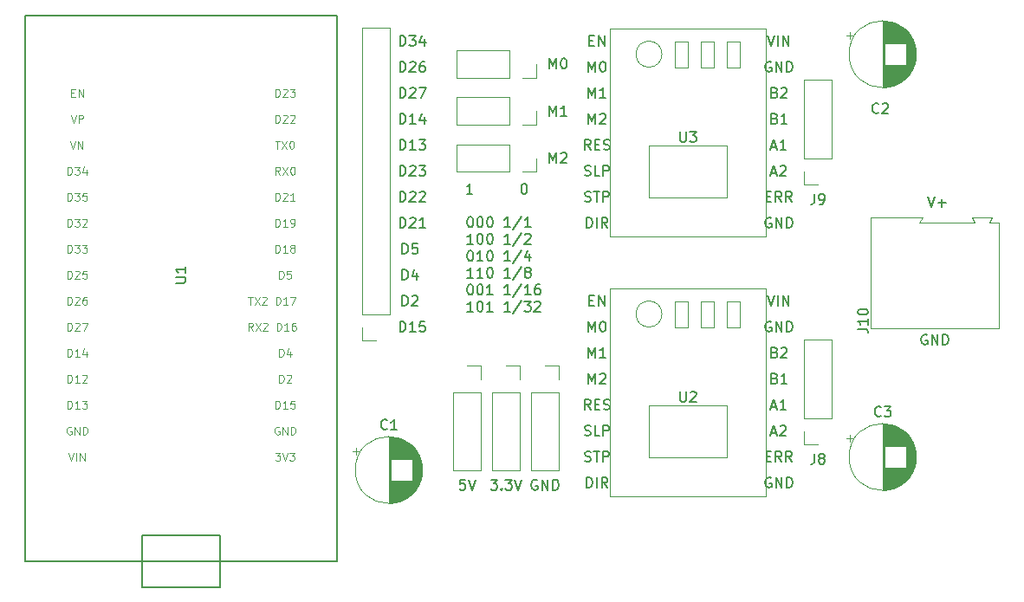
<source format=gbr>
G04 #@! TF.GenerationSoftware,KiCad,Pcbnew,5.1.4+dfsg1-1*
G04 #@! TF.CreationDate,2020-01-11T23:19:06+01:00*
G04 #@! TF.ProjectId,wbplotter,7762706c-6f74-4746-9572-2e6b69636164,rev?*
G04 #@! TF.SameCoordinates,Original*
G04 #@! TF.FileFunction,Legend,Top*
G04 #@! TF.FilePolarity,Positive*
%FSLAX46Y46*%
G04 Gerber Fmt 4.6, Leading zero omitted, Abs format (unit mm)*
G04 Created by KiCad (PCBNEW 5.1.4+dfsg1-1) date 2020-01-11 23:19:06*
%MOMM*%
%LPD*%
G04 APERTURE LIST*
%ADD10C,0.150000*%
%ADD11C,0.120000*%
%ADD12C,0.101600*%
G04 APERTURE END LIST*
D10*
X140271619Y-121880380D02*
X140604952Y-122880380D01*
X140938285Y-121880380D01*
X141271619Y-122499428D02*
X142033523Y-122499428D01*
X141652571Y-122880380D02*
X141652571Y-122118476D01*
X140208095Y-135390000D02*
X140112857Y-135342380D01*
X139970000Y-135342380D01*
X139827142Y-135390000D01*
X139731904Y-135485238D01*
X139684285Y-135580476D01*
X139636666Y-135770952D01*
X139636666Y-135913809D01*
X139684285Y-136104285D01*
X139731904Y-136199523D01*
X139827142Y-136294761D01*
X139970000Y-136342380D01*
X140065238Y-136342380D01*
X140208095Y-136294761D01*
X140255714Y-136247142D01*
X140255714Y-135913809D01*
X140065238Y-135913809D01*
X140684285Y-136342380D02*
X140684285Y-135342380D01*
X141255714Y-136342380D01*
X141255714Y-135342380D01*
X141731904Y-136342380D02*
X141731904Y-135342380D01*
X141970000Y-135342380D01*
X142112857Y-135390000D01*
X142208095Y-135485238D01*
X142255714Y-135580476D01*
X142303333Y-135770952D01*
X142303333Y-135913809D01*
X142255714Y-136104285D01*
X142208095Y-136199523D01*
X142112857Y-136294761D01*
X141970000Y-136342380D01*
X141731904Y-136342380D01*
X95522071Y-123851380D02*
X95617309Y-123851380D01*
X95712547Y-123899000D01*
X95760166Y-123946619D01*
X95807785Y-124041857D01*
X95855404Y-124232333D01*
X95855404Y-124470428D01*
X95807785Y-124660904D01*
X95760166Y-124756142D01*
X95712547Y-124803761D01*
X95617309Y-124851380D01*
X95522071Y-124851380D01*
X95426833Y-124803761D01*
X95379214Y-124756142D01*
X95331595Y-124660904D01*
X95283976Y-124470428D01*
X95283976Y-124232333D01*
X95331595Y-124041857D01*
X95379214Y-123946619D01*
X95426833Y-123899000D01*
X95522071Y-123851380D01*
X96474452Y-123851380D02*
X96569690Y-123851380D01*
X96664928Y-123899000D01*
X96712547Y-123946619D01*
X96760166Y-124041857D01*
X96807785Y-124232333D01*
X96807785Y-124470428D01*
X96760166Y-124660904D01*
X96712547Y-124756142D01*
X96664928Y-124803761D01*
X96569690Y-124851380D01*
X96474452Y-124851380D01*
X96379214Y-124803761D01*
X96331595Y-124756142D01*
X96283976Y-124660904D01*
X96236357Y-124470428D01*
X96236357Y-124232333D01*
X96283976Y-124041857D01*
X96331595Y-123946619D01*
X96379214Y-123899000D01*
X96474452Y-123851380D01*
X97426833Y-123851380D02*
X97522071Y-123851380D01*
X97617309Y-123899000D01*
X97664928Y-123946619D01*
X97712547Y-124041857D01*
X97760166Y-124232333D01*
X97760166Y-124470428D01*
X97712547Y-124660904D01*
X97664928Y-124756142D01*
X97617309Y-124803761D01*
X97522071Y-124851380D01*
X97426833Y-124851380D01*
X97331595Y-124803761D01*
X97283976Y-124756142D01*
X97236357Y-124660904D01*
X97188738Y-124470428D01*
X97188738Y-124232333D01*
X97236357Y-124041857D01*
X97283976Y-123946619D01*
X97331595Y-123899000D01*
X97426833Y-123851380D01*
X99474452Y-124851380D02*
X98903023Y-124851380D01*
X99188738Y-124851380D02*
X99188738Y-123851380D01*
X99093500Y-123994238D01*
X98998261Y-124089476D01*
X98903023Y-124137095D01*
X100617309Y-123803761D02*
X99760166Y-125089476D01*
X101474452Y-124851380D02*
X100903023Y-124851380D01*
X101188738Y-124851380D02*
X101188738Y-123851380D01*
X101093500Y-123994238D01*
X100998261Y-124089476D01*
X100903023Y-124137095D01*
X95855404Y-126501380D02*
X95283976Y-126501380D01*
X95569690Y-126501380D02*
X95569690Y-125501380D01*
X95474452Y-125644238D01*
X95379214Y-125739476D01*
X95283976Y-125787095D01*
X96474452Y-125501380D02*
X96569690Y-125501380D01*
X96664928Y-125549000D01*
X96712547Y-125596619D01*
X96760166Y-125691857D01*
X96807785Y-125882333D01*
X96807785Y-126120428D01*
X96760166Y-126310904D01*
X96712547Y-126406142D01*
X96664928Y-126453761D01*
X96569690Y-126501380D01*
X96474452Y-126501380D01*
X96379214Y-126453761D01*
X96331595Y-126406142D01*
X96283976Y-126310904D01*
X96236357Y-126120428D01*
X96236357Y-125882333D01*
X96283976Y-125691857D01*
X96331595Y-125596619D01*
X96379214Y-125549000D01*
X96474452Y-125501380D01*
X97426833Y-125501380D02*
X97522071Y-125501380D01*
X97617309Y-125549000D01*
X97664928Y-125596619D01*
X97712547Y-125691857D01*
X97760166Y-125882333D01*
X97760166Y-126120428D01*
X97712547Y-126310904D01*
X97664928Y-126406142D01*
X97617309Y-126453761D01*
X97522071Y-126501380D01*
X97426833Y-126501380D01*
X97331595Y-126453761D01*
X97283976Y-126406142D01*
X97236357Y-126310904D01*
X97188738Y-126120428D01*
X97188738Y-125882333D01*
X97236357Y-125691857D01*
X97283976Y-125596619D01*
X97331595Y-125549000D01*
X97426833Y-125501380D01*
X99474452Y-126501380D02*
X98903023Y-126501380D01*
X99188738Y-126501380D02*
X99188738Y-125501380D01*
X99093500Y-125644238D01*
X98998261Y-125739476D01*
X98903023Y-125787095D01*
X100617309Y-125453761D02*
X99760166Y-126739476D01*
X100903023Y-125596619D02*
X100950642Y-125549000D01*
X101045880Y-125501380D01*
X101283976Y-125501380D01*
X101379214Y-125549000D01*
X101426833Y-125596619D01*
X101474452Y-125691857D01*
X101474452Y-125787095D01*
X101426833Y-125929952D01*
X100855404Y-126501380D01*
X101474452Y-126501380D01*
X95522071Y-127151380D02*
X95617309Y-127151380D01*
X95712547Y-127199000D01*
X95760166Y-127246619D01*
X95807785Y-127341857D01*
X95855404Y-127532333D01*
X95855404Y-127770428D01*
X95807785Y-127960904D01*
X95760166Y-128056142D01*
X95712547Y-128103761D01*
X95617309Y-128151380D01*
X95522071Y-128151380D01*
X95426833Y-128103761D01*
X95379214Y-128056142D01*
X95331595Y-127960904D01*
X95283976Y-127770428D01*
X95283976Y-127532333D01*
X95331595Y-127341857D01*
X95379214Y-127246619D01*
X95426833Y-127199000D01*
X95522071Y-127151380D01*
X96807785Y-128151380D02*
X96236357Y-128151380D01*
X96522071Y-128151380D02*
X96522071Y-127151380D01*
X96426833Y-127294238D01*
X96331595Y-127389476D01*
X96236357Y-127437095D01*
X97426833Y-127151380D02*
X97522071Y-127151380D01*
X97617309Y-127199000D01*
X97664928Y-127246619D01*
X97712547Y-127341857D01*
X97760166Y-127532333D01*
X97760166Y-127770428D01*
X97712547Y-127960904D01*
X97664928Y-128056142D01*
X97617309Y-128103761D01*
X97522071Y-128151380D01*
X97426833Y-128151380D01*
X97331595Y-128103761D01*
X97283976Y-128056142D01*
X97236357Y-127960904D01*
X97188738Y-127770428D01*
X97188738Y-127532333D01*
X97236357Y-127341857D01*
X97283976Y-127246619D01*
X97331595Y-127199000D01*
X97426833Y-127151380D01*
X99474452Y-128151380D02*
X98903023Y-128151380D01*
X99188738Y-128151380D02*
X99188738Y-127151380D01*
X99093500Y-127294238D01*
X98998261Y-127389476D01*
X98903023Y-127437095D01*
X100617309Y-127103761D02*
X99760166Y-128389476D01*
X101379214Y-127484714D02*
X101379214Y-128151380D01*
X101141119Y-127103761D02*
X100903023Y-127818047D01*
X101522071Y-127818047D01*
X95855404Y-129801380D02*
X95283976Y-129801380D01*
X95569690Y-129801380D02*
X95569690Y-128801380D01*
X95474452Y-128944238D01*
X95379214Y-129039476D01*
X95283976Y-129087095D01*
X96807785Y-129801380D02*
X96236357Y-129801380D01*
X96522071Y-129801380D02*
X96522071Y-128801380D01*
X96426833Y-128944238D01*
X96331595Y-129039476D01*
X96236357Y-129087095D01*
X97426833Y-128801380D02*
X97522071Y-128801380D01*
X97617309Y-128849000D01*
X97664928Y-128896619D01*
X97712547Y-128991857D01*
X97760166Y-129182333D01*
X97760166Y-129420428D01*
X97712547Y-129610904D01*
X97664928Y-129706142D01*
X97617309Y-129753761D01*
X97522071Y-129801380D01*
X97426833Y-129801380D01*
X97331595Y-129753761D01*
X97283976Y-129706142D01*
X97236357Y-129610904D01*
X97188738Y-129420428D01*
X97188738Y-129182333D01*
X97236357Y-128991857D01*
X97283976Y-128896619D01*
X97331595Y-128849000D01*
X97426833Y-128801380D01*
X99474452Y-129801380D02*
X98903023Y-129801380D01*
X99188738Y-129801380D02*
X99188738Y-128801380D01*
X99093500Y-128944238D01*
X98998261Y-129039476D01*
X98903023Y-129087095D01*
X100617309Y-128753761D02*
X99760166Y-130039476D01*
X101093500Y-129229952D02*
X100998261Y-129182333D01*
X100950642Y-129134714D01*
X100903023Y-129039476D01*
X100903023Y-128991857D01*
X100950642Y-128896619D01*
X100998261Y-128849000D01*
X101093500Y-128801380D01*
X101283976Y-128801380D01*
X101379214Y-128849000D01*
X101426833Y-128896619D01*
X101474452Y-128991857D01*
X101474452Y-129039476D01*
X101426833Y-129134714D01*
X101379214Y-129182333D01*
X101283976Y-129229952D01*
X101093500Y-129229952D01*
X100998261Y-129277571D01*
X100950642Y-129325190D01*
X100903023Y-129420428D01*
X100903023Y-129610904D01*
X100950642Y-129706142D01*
X100998261Y-129753761D01*
X101093500Y-129801380D01*
X101283976Y-129801380D01*
X101379214Y-129753761D01*
X101426833Y-129706142D01*
X101474452Y-129610904D01*
X101474452Y-129420428D01*
X101426833Y-129325190D01*
X101379214Y-129277571D01*
X101283976Y-129229952D01*
X95522071Y-130451380D02*
X95617309Y-130451380D01*
X95712547Y-130499000D01*
X95760166Y-130546619D01*
X95807785Y-130641857D01*
X95855404Y-130832333D01*
X95855404Y-131070428D01*
X95807785Y-131260904D01*
X95760166Y-131356142D01*
X95712547Y-131403761D01*
X95617309Y-131451380D01*
X95522071Y-131451380D01*
X95426833Y-131403761D01*
X95379214Y-131356142D01*
X95331595Y-131260904D01*
X95283976Y-131070428D01*
X95283976Y-130832333D01*
X95331595Y-130641857D01*
X95379214Y-130546619D01*
X95426833Y-130499000D01*
X95522071Y-130451380D01*
X96474452Y-130451380D02*
X96569690Y-130451380D01*
X96664928Y-130499000D01*
X96712547Y-130546619D01*
X96760166Y-130641857D01*
X96807785Y-130832333D01*
X96807785Y-131070428D01*
X96760166Y-131260904D01*
X96712547Y-131356142D01*
X96664928Y-131403761D01*
X96569690Y-131451380D01*
X96474452Y-131451380D01*
X96379214Y-131403761D01*
X96331595Y-131356142D01*
X96283976Y-131260904D01*
X96236357Y-131070428D01*
X96236357Y-130832333D01*
X96283976Y-130641857D01*
X96331595Y-130546619D01*
X96379214Y-130499000D01*
X96474452Y-130451380D01*
X97760166Y-131451380D02*
X97188738Y-131451380D01*
X97474452Y-131451380D02*
X97474452Y-130451380D01*
X97379214Y-130594238D01*
X97283976Y-130689476D01*
X97188738Y-130737095D01*
X99474452Y-131451380D02*
X98903023Y-131451380D01*
X99188738Y-131451380D02*
X99188738Y-130451380D01*
X99093500Y-130594238D01*
X98998261Y-130689476D01*
X98903023Y-130737095D01*
X100617309Y-130403761D02*
X99760166Y-131689476D01*
X101474452Y-131451380D02*
X100903023Y-131451380D01*
X101188738Y-131451380D02*
X101188738Y-130451380D01*
X101093500Y-130594238D01*
X100998261Y-130689476D01*
X100903023Y-130737095D01*
X102331595Y-130451380D02*
X102141119Y-130451380D01*
X102045880Y-130499000D01*
X101998261Y-130546619D01*
X101903023Y-130689476D01*
X101855404Y-130879952D01*
X101855404Y-131260904D01*
X101903023Y-131356142D01*
X101950642Y-131403761D01*
X102045880Y-131451380D01*
X102236357Y-131451380D01*
X102331595Y-131403761D01*
X102379214Y-131356142D01*
X102426833Y-131260904D01*
X102426833Y-131022809D01*
X102379214Y-130927571D01*
X102331595Y-130879952D01*
X102236357Y-130832333D01*
X102045880Y-130832333D01*
X101950642Y-130879952D01*
X101903023Y-130927571D01*
X101855404Y-131022809D01*
X95855404Y-133101380D02*
X95283976Y-133101380D01*
X95569690Y-133101380D02*
X95569690Y-132101380D01*
X95474452Y-132244238D01*
X95379214Y-132339476D01*
X95283976Y-132387095D01*
X96474452Y-132101380D02*
X96569690Y-132101380D01*
X96664928Y-132149000D01*
X96712547Y-132196619D01*
X96760166Y-132291857D01*
X96807785Y-132482333D01*
X96807785Y-132720428D01*
X96760166Y-132910904D01*
X96712547Y-133006142D01*
X96664928Y-133053761D01*
X96569690Y-133101380D01*
X96474452Y-133101380D01*
X96379214Y-133053761D01*
X96331595Y-133006142D01*
X96283976Y-132910904D01*
X96236357Y-132720428D01*
X96236357Y-132482333D01*
X96283976Y-132291857D01*
X96331595Y-132196619D01*
X96379214Y-132149000D01*
X96474452Y-132101380D01*
X97760166Y-133101380D02*
X97188738Y-133101380D01*
X97474452Y-133101380D02*
X97474452Y-132101380D01*
X97379214Y-132244238D01*
X97283976Y-132339476D01*
X97188738Y-132387095D01*
X99474452Y-133101380D02*
X98903023Y-133101380D01*
X99188738Y-133101380D02*
X99188738Y-132101380D01*
X99093500Y-132244238D01*
X98998261Y-132339476D01*
X98903023Y-132387095D01*
X100617309Y-132053761D02*
X99760166Y-133339476D01*
X100855404Y-132101380D02*
X101474452Y-132101380D01*
X101141119Y-132482333D01*
X101283976Y-132482333D01*
X101379214Y-132529952D01*
X101426833Y-132577571D01*
X101474452Y-132672809D01*
X101474452Y-132910904D01*
X101426833Y-133006142D01*
X101379214Y-133053761D01*
X101283976Y-133101380D01*
X100998261Y-133101380D01*
X100903023Y-133053761D01*
X100855404Y-133006142D01*
X101855404Y-132196619D02*
X101903023Y-132149000D01*
X101998261Y-132101380D01*
X102236357Y-132101380D01*
X102331595Y-132149000D01*
X102379214Y-132196619D01*
X102426833Y-132291857D01*
X102426833Y-132387095D01*
X102379214Y-132529952D01*
X101807785Y-133101380D01*
X102426833Y-133101380D01*
X95789714Y-121610380D02*
X95218285Y-121610380D01*
X95504000Y-121610380D02*
X95504000Y-120610380D01*
X95408761Y-120753238D01*
X95313523Y-120848476D01*
X95218285Y-120896095D01*
X100790380Y-120610380D02*
X100885619Y-120610380D01*
X100980857Y-120658000D01*
X101028476Y-120705619D01*
X101076095Y-120800857D01*
X101123714Y-120991333D01*
X101123714Y-121229428D01*
X101076095Y-121419904D01*
X101028476Y-121515142D01*
X100980857Y-121562761D01*
X100885619Y-121610380D01*
X100790380Y-121610380D01*
X100695142Y-121562761D01*
X100647523Y-121515142D01*
X100599904Y-121419904D01*
X100552285Y-121229428D01*
X100552285Y-120991333D01*
X100599904Y-120800857D01*
X100647523Y-120705619D01*
X100695142Y-120658000D01*
X100790380Y-120610380D01*
X88701714Y-135072380D02*
X88701714Y-134072380D01*
X88939809Y-134072380D01*
X89082666Y-134120000D01*
X89177904Y-134215238D01*
X89225523Y-134310476D01*
X89273142Y-134500952D01*
X89273142Y-134643809D01*
X89225523Y-134834285D01*
X89177904Y-134929523D01*
X89082666Y-135024761D01*
X88939809Y-135072380D01*
X88701714Y-135072380D01*
X90225523Y-135072380D02*
X89654095Y-135072380D01*
X89939809Y-135072380D02*
X89939809Y-134072380D01*
X89844571Y-134215238D01*
X89749333Y-134310476D01*
X89654095Y-134358095D01*
X91130285Y-134072380D02*
X90654095Y-134072380D01*
X90606476Y-134548571D01*
X90654095Y-134500952D01*
X90749333Y-134453333D01*
X90987428Y-134453333D01*
X91082666Y-134500952D01*
X91130285Y-134548571D01*
X91177904Y-134643809D01*
X91177904Y-134881904D01*
X91130285Y-134977142D01*
X91082666Y-135024761D01*
X90987428Y-135072380D01*
X90749333Y-135072380D01*
X90654095Y-135024761D01*
X90606476Y-134977142D01*
X88923904Y-132532380D02*
X88923904Y-131532380D01*
X89162000Y-131532380D01*
X89304857Y-131580000D01*
X89400095Y-131675238D01*
X89447714Y-131770476D01*
X89495333Y-131960952D01*
X89495333Y-132103809D01*
X89447714Y-132294285D01*
X89400095Y-132389523D01*
X89304857Y-132484761D01*
X89162000Y-132532380D01*
X88923904Y-132532380D01*
X89876285Y-131627619D02*
X89923904Y-131580000D01*
X90019142Y-131532380D01*
X90257238Y-131532380D01*
X90352476Y-131580000D01*
X90400095Y-131627619D01*
X90447714Y-131722857D01*
X90447714Y-131818095D01*
X90400095Y-131960952D01*
X89828666Y-132532380D01*
X90447714Y-132532380D01*
X88923904Y-129992380D02*
X88923904Y-128992380D01*
X89162000Y-128992380D01*
X89304857Y-129040000D01*
X89400095Y-129135238D01*
X89447714Y-129230476D01*
X89495333Y-129420952D01*
X89495333Y-129563809D01*
X89447714Y-129754285D01*
X89400095Y-129849523D01*
X89304857Y-129944761D01*
X89162000Y-129992380D01*
X88923904Y-129992380D01*
X90352476Y-129325714D02*
X90352476Y-129992380D01*
X90114380Y-128944761D02*
X89876285Y-129659047D01*
X90495333Y-129659047D01*
X88923904Y-127452380D02*
X88923904Y-126452380D01*
X89162000Y-126452380D01*
X89304857Y-126500000D01*
X89400095Y-126595238D01*
X89447714Y-126690476D01*
X89495333Y-126880952D01*
X89495333Y-127023809D01*
X89447714Y-127214285D01*
X89400095Y-127309523D01*
X89304857Y-127404761D01*
X89162000Y-127452380D01*
X88923904Y-127452380D01*
X90400095Y-126452380D02*
X89923904Y-126452380D01*
X89876285Y-126928571D01*
X89923904Y-126880952D01*
X90019142Y-126833333D01*
X90257238Y-126833333D01*
X90352476Y-126880952D01*
X90400095Y-126928571D01*
X90447714Y-127023809D01*
X90447714Y-127261904D01*
X90400095Y-127357142D01*
X90352476Y-127404761D01*
X90257238Y-127452380D01*
X90019142Y-127452380D01*
X89923904Y-127404761D01*
X89876285Y-127357142D01*
X88701714Y-124912380D02*
X88701714Y-123912380D01*
X88939809Y-123912380D01*
X89082666Y-123960000D01*
X89177904Y-124055238D01*
X89225523Y-124150476D01*
X89273142Y-124340952D01*
X89273142Y-124483809D01*
X89225523Y-124674285D01*
X89177904Y-124769523D01*
X89082666Y-124864761D01*
X88939809Y-124912380D01*
X88701714Y-124912380D01*
X89654095Y-124007619D02*
X89701714Y-123960000D01*
X89796952Y-123912380D01*
X90035047Y-123912380D01*
X90130285Y-123960000D01*
X90177904Y-124007619D01*
X90225523Y-124102857D01*
X90225523Y-124198095D01*
X90177904Y-124340952D01*
X89606476Y-124912380D01*
X90225523Y-124912380D01*
X91177904Y-124912380D02*
X90606476Y-124912380D01*
X90892190Y-124912380D02*
X90892190Y-123912380D01*
X90796952Y-124055238D01*
X90701714Y-124150476D01*
X90606476Y-124198095D01*
X88701714Y-122372380D02*
X88701714Y-121372380D01*
X88939809Y-121372380D01*
X89082666Y-121420000D01*
X89177904Y-121515238D01*
X89225523Y-121610476D01*
X89273142Y-121800952D01*
X89273142Y-121943809D01*
X89225523Y-122134285D01*
X89177904Y-122229523D01*
X89082666Y-122324761D01*
X88939809Y-122372380D01*
X88701714Y-122372380D01*
X89654095Y-121467619D02*
X89701714Y-121420000D01*
X89796952Y-121372380D01*
X90035047Y-121372380D01*
X90130285Y-121420000D01*
X90177904Y-121467619D01*
X90225523Y-121562857D01*
X90225523Y-121658095D01*
X90177904Y-121800952D01*
X89606476Y-122372380D01*
X90225523Y-122372380D01*
X90606476Y-121467619D02*
X90654095Y-121420000D01*
X90749333Y-121372380D01*
X90987428Y-121372380D01*
X91082666Y-121420000D01*
X91130285Y-121467619D01*
X91177904Y-121562857D01*
X91177904Y-121658095D01*
X91130285Y-121800952D01*
X90558857Y-122372380D01*
X91177904Y-122372380D01*
X88701714Y-119832380D02*
X88701714Y-118832380D01*
X88939809Y-118832380D01*
X89082666Y-118880000D01*
X89177904Y-118975238D01*
X89225523Y-119070476D01*
X89273142Y-119260952D01*
X89273142Y-119403809D01*
X89225523Y-119594285D01*
X89177904Y-119689523D01*
X89082666Y-119784761D01*
X88939809Y-119832380D01*
X88701714Y-119832380D01*
X89654095Y-118927619D02*
X89701714Y-118880000D01*
X89796952Y-118832380D01*
X90035047Y-118832380D01*
X90130285Y-118880000D01*
X90177904Y-118927619D01*
X90225523Y-119022857D01*
X90225523Y-119118095D01*
X90177904Y-119260952D01*
X89606476Y-119832380D01*
X90225523Y-119832380D01*
X90558857Y-118832380D02*
X91177904Y-118832380D01*
X90844571Y-119213333D01*
X90987428Y-119213333D01*
X91082666Y-119260952D01*
X91130285Y-119308571D01*
X91177904Y-119403809D01*
X91177904Y-119641904D01*
X91130285Y-119737142D01*
X91082666Y-119784761D01*
X90987428Y-119832380D01*
X90701714Y-119832380D01*
X90606476Y-119784761D01*
X90558857Y-119737142D01*
X88701714Y-117292380D02*
X88701714Y-116292380D01*
X88939809Y-116292380D01*
X89082666Y-116340000D01*
X89177904Y-116435238D01*
X89225523Y-116530476D01*
X89273142Y-116720952D01*
X89273142Y-116863809D01*
X89225523Y-117054285D01*
X89177904Y-117149523D01*
X89082666Y-117244761D01*
X88939809Y-117292380D01*
X88701714Y-117292380D01*
X90225523Y-117292380D02*
X89654095Y-117292380D01*
X89939809Y-117292380D02*
X89939809Y-116292380D01*
X89844571Y-116435238D01*
X89749333Y-116530476D01*
X89654095Y-116578095D01*
X90558857Y-116292380D02*
X91177904Y-116292380D01*
X90844571Y-116673333D01*
X90987428Y-116673333D01*
X91082666Y-116720952D01*
X91130285Y-116768571D01*
X91177904Y-116863809D01*
X91177904Y-117101904D01*
X91130285Y-117197142D01*
X91082666Y-117244761D01*
X90987428Y-117292380D01*
X90701714Y-117292380D01*
X90606476Y-117244761D01*
X90558857Y-117197142D01*
X88701714Y-114752380D02*
X88701714Y-113752380D01*
X88939809Y-113752380D01*
X89082666Y-113800000D01*
X89177904Y-113895238D01*
X89225523Y-113990476D01*
X89273142Y-114180952D01*
X89273142Y-114323809D01*
X89225523Y-114514285D01*
X89177904Y-114609523D01*
X89082666Y-114704761D01*
X88939809Y-114752380D01*
X88701714Y-114752380D01*
X90225523Y-114752380D02*
X89654095Y-114752380D01*
X89939809Y-114752380D02*
X89939809Y-113752380D01*
X89844571Y-113895238D01*
X89749333Y-113990476D01*
X89654095Y-114038095D01*
X91082666Y-114085714D02*
X91082666Y-114752380D01*
X90844571Y-113704761D02*
X90606476Y-114419047D01*
X91225523Y-114419047D01*
X88701714Y-112212380D02*
X88701714Y-111212380D01*
X88939809Y-111212380D01*
X89082666Y-111260000D01*
X89177904Y-111355238D01*
X89225523Y-111450476D01*
X89273142Y-111640952D01*
X89273142Y-111783809D01*
X89225523Y-111974285D01*
X89177904Y-112069523D01*
X89082666Y-112164761D01*
X88939809Y-112212380D01*
X88701714Y-112212380D01*
X89654095Y-111307619D02*
X89701714Y-111260000D01*
X89796952Y-111212380D01*
X90035047Y-111212380D01*
X90130285Y-111260000D01*
X90177904Y-111307619D01*
X90225523Y-111402857D01*
X90225523Y-111498095D01*
X90177904Y-111640952D01*
X89606476Y-112212380D01*
X90225523Y-112212380D01*
X90558857Y-111212380D02*
X91225523Y-111212380D01*
X90796952Y-112212380D01*
X88701714Y-109672380D02*
X88701714Y-108672380D01*
X88939809Y-108672380D01*
X89082666Y-108720000D01*
X89177904Y-108815238D01*
X89225523Y-108910476D01*
X89273142Y-109100952D01*
X89273142Y-109243809D01*
X89225523Y-109434285D01*
X89177904Y-109529523D01*
X89082666Y-109624761D01*
X88939809Y-109672380D01*
X88701714Y-109672380D01*
X89654095Y-108767619D02*
X89701714Y-108720000D01*
X89796952Y-108672380D01*
X90035047Y-108672380D01*
X90130285Y-108720000D01*
X90177904Y-108767619D01*
X90225523Y-108862857D01*
X90225523Y-108958095D01*
X90177904Y-109100952D01*
X89606476Y-109672380D01*
X90225523Y-109672380D01*
X91082666Y-108672380D02*
X90892190Y-108672380D01*
X90796952Y-108720000D01*
X90749333Y-108767619D01*
X90654095Y-108910476D01*
X90606476Y-109100952D01*
X90606476Y-109481904D01*
X90654095Y-109577142D01*
X90701714Y-109624761D01*
X90796952Y-109672380D01*
X90987428Y-109672380D01*
X91082666Y-109624761D01*
X91130285Y-109577142D01*
X91177904Y-109481904D01*
X91177904Y-109243809D01*
X91130285Y-109148571D01*
X91082666Y-109100952D01*
X90987428Y-109053333D01*
X90796952Y-109053333D01*
X90701714Y-109100952D01*
X90654095Y-109148571D01*
X90606476Y-109243809D01*
X88701714Y-107132380D02*
X88701714Y-106132380D01*
X88939809Y-106132380D01*
X89082666Y-106180000D01*
X89177904Y-106275238D01*
X89225523Y-106370476D01*
X89273142Y-106560952D01*
X89273142Y-106703809D01*
X89225523Y-106894285D01*
X89177904Y-106989523D01*
X89082666Y-107084761D01*
X88939809Y-107132380D01*
X88701714Y-107132380D01*
X89606476Y-106132380D02*
X90225523Y-106132380D01*
X89892190Y-106513333D01*
X90035047Y-106513333D01*
X90130285Y-106560952D01*
X90177904Y-106608571D01*
X90225523Y-106703809D01*
X90225523Y-106941904D01*
X90177904Y-107037142D01*
X90130285Y-107084761D01*
X90035047Y-107132380D01*
X89749333Y-107132380D01*
X89654095Y-107084761D01*
X89606476Y-107037142D01*
X91082666Y-106465714D02*
X91082666Y-107132380D01*
X90844571Y-106084761D02*
X90606476Y-106799047D01*
X91225523Y-106799047D01*
D11*
X120650000Y-109220000D02*
X120650000Y-106680000D01*
X121920000Y-109220000D02*
X120650000Y-109220000D01*
X121920000Y-106680000D02*
X121920000Y-109220000D01*
X120650000Y-106680000D02*
X121920000Y-106680000D01*
X119380000Y-106680000D02*
X118110000Y-106680000D01*
X119380000Y-109220000D02*
X119380000Y-106680000D01*
X118110000Y-109220000D02*
X119380000Y-109220000D01*
X118110000Y-106680000D02*
X118110000Y-109220000D01*
X116840000Y-106680000D02*
X115570000Y-106680000D01*
X116840000Y-109220000D02*
X116840000Y-106680000D01*
X115570000Y-109220000D02*
X116840000Y-109220000D01*
X115570000Y-106680000D02*
X115570000Y-109220000D01*
X114300000Y-107950000D02*
G75*
G03X114300000Y-107950000I-1270000J0D01*
G01*
X120650000Y-121920000D02*
X113030000Y-121920000D01*
X120650000Y-116840000D02*
X120650000Y-121920000D01*
X113030000Y-116840000D02*
X120650000Y-116840000D01*
X113030000Y-121920000D02*
X113030000Y-116840000D01*
X109220000Y-125730000D02*
X109220000Y-105410000D01*
X124460000Y-125730000D02*
X109220000Y-125730000D01*
X124460000Y-105410000D02*
X124460000Y-125730000D01*
X109220000Y-105410000D02*
X124460000Y-105410000D01*
X120650000Y-134620000D02*
X120650000Y-132080000D01*
X121920000Y-134620000D02*
X120650000Y-134620000D01*
X121920000Y-132080000D02*
X121920000Y-134620000D01*
X120650000Y-132080000D02*
X121920000Y-132080000D01*
X119380000Y-132080000D02*
X118110000Y-132080000D01*
X119380000Y-134620000D02*
X119380000Y-132080000D01*
X118110000Y-134620000D02*
X119380000Y-134620000D01*
X118110000Y-132080000D02*
X118110000Y-134620000D01*
X116840000Y-132080000D02*
X115570000Y-132080000D01*
X116840000Y-134620000D02*
X116840000Y-132080000D01*
X115570000Y-134620000D02*
X116840000Y-134620000D01*
X115570000Y-132080000D02*
X115570000Y-134620000D01*
X114300000Y-133350000D02*
G75*
G03X114300000Y-133350000I-1270000J0D01*
G01*
X120650000Y-147320000D02*
X113030000Y-147320000D01*
X120650000Y-142240000D02*
X120650000Y-147320000D01*
X113030000Y-142240000D02*
X120650000Y-142240000D01*
X113030000Y-147320000D02*
X113030000Y-142240000D01*
X109220000Y-151130000D02*
X109220000Y-130810000D01*
X124460000Y-151130000D02*
X109220000Y-151130000D01*
X124460000Y-130810000D02*
X124460000Y-151130000D01*
X109220000Y-130810000D02*
X124460000Y-130810000D01*
D10*
X71120000Y-160020000D02*
X63500000Y-160020000D01*
X71120000Y-154940000D02*
X71120000Y-160020000D01*
X63500000Y-154940000D02*
X71120000Y-154940000D01*
X63500000Y-160020000D02*
X63500000Y-154940000D01*
X82550000Y-157480000D02*
X82550000Y-104140000D01*
X52070000Y-157480000D02*
X82550000Y-157480000D01*
X52070000Y-104140000D02*
X52070000Y-157480000D01*
X82550000Y-104140000D02*
X52070000Y-104140000D01*
D11*
X134670000Y-123880000D02*
X134670000Y-134730000D01*
X139770000Y-123880000D02*
X134670000Y-123880000D01*
X139470000Y-124380000D02*
X139770000Y-123880000D01*
X144870000Y-124380000D02*
X139470000Y-124380000D01*
X144620000Y-123880000D02*
X144870000Y-124380000D01*
X144670000Y-123880000D02*
X144620000Y-123880000D01*
X146570000Y-123880000D02*
X144670000Y-123880000D01*
X146320000Y-124380000D02*
X146570000Y-123880000D01*
X147270000Y-124380000D02*
X146320000Y-124380000D01*
X147270000Y-134730000D02*
X147270000Y-124380000D01*
X134670000Y-134730000D02*
X147270000Y-134730000D01*
X129540000Y-120710000D02*
X128210000Y-120710000D01*
X128210000Y-120710000D02*
X128210000Y-119380000D01*
X128210000Y-118110000D02*
X128210000Y-110430000D01*
X130870000Y-110430000D02*
X128210000Y-110430000D01*
X130870000Y-118110000D02*
X130870000Y-110430000D01*
X130870000Y-118110000D02*
X128210000Y-118110000D01*
X129540000Y-146110000D02*
X128210000Y-146110000D01*
X128210000Y-146110000D02*
X128210000Y-144780000D01*
X128210000Y-143510000D02*
X128210000Y-135830000D01*
X130870000Y-135830000D02*
X128210000Y-135830000D01*
X130870000Y-143510000D02*
X130870000Y-135830000D01*
X130870000Y-143510000D02*
X128210000Y-143510000D01*
X101990000Y-118104759D02*
X101990000Y-119434759D01*
X101990000Y-119434759D02*
X100660000Y-119434759D01*
X99390000Y-119434759D02*
X94250000Y-119434759D01*
X94250000Y-116774759D02*
X94250000Y-119434759D01*
X99390000Y-116774759D02*
X94250000Y-116774759D01*
X99390000Y-116774759D02*
X99390000Y-119434759D01*
X101990000Y-113504759D02*
X101990000Y-114834759D01*
X101990000Y-114834759D02*
X100660000Y-114834759D01*
X99390000Y-114834759D02*
X94250000Y-114834759D01*
X94250000Y-112174759D02*
X94250000Y-114834759D01*
X99390000Y-112174759D02*
X94250000Y-112174759D01*
X99390000Y-112174759D02*
X99390000Y-114834759D01*
X101990000Y-108904759D02*
X101990000Y-110234759D01*
X101990000Y-110234759D02*
X100660000Y-110234759D01*
X99390000Y-110234759D02*
X94250000Y-110234759D01*
X94250000Y-107574759D02*
X94250000Y-110234759D01*
X99390000Y-107574759D02*
X94250000Y-107574759D01*
X99390000Y-107574759D02*
X99390000Y-110234759D01*
X102870000Y-138370000D02*
X104200000Y-138370000D01*
X104200000Y-138370000D02*
X104200000Y-139700000D01*
X104200000Y-140970000D02*
X104200000Y-148650000D01*
X101540000Y-148650000D02*
X104200000Y-148650000D01*
X101540000Y-140970000D02*
X101540000Y-148650000D01*
X101540000Y-140970000D02*
X104200000Y-140970000D01*
X99060000Y-138370000D02*
X100390000Y-138370000D01*
X100390000Y-138370000D02*
X100390000Y-139700000D01*
X100390000Y-140970000D02*
X100390000Y-148650000D01*
X97730000Y-148650000D02*
X100390000Y-148650000D01*
X97730000Y-140970000D02*
X97730000Y-148650000D01*
X97730000Y-140970000D02*
X100390000Y-140970000D01*
X95250000Y-138370000D02*
X96580000Y-138370000D01*
X96580000Y-138370000D02*
X96580000Y-139700000D01*
X96580000Y-140970000D02*
X96580000Y-148650000D01*
X93920000Y-148650000D02*
X96580000Y-148650000D01*
X93920000Y-140970000D02*
X93920000Y-148650000D01*
X93920000Y-140970000D02*
X96580000Y-140970000D01*
X86360000Y-135950000D02*
X85030000Y-135950000D01*
X85030000Y-135950000D02*
X85030000Y-134620000D01*
X85030000Y-133350000D02*
X85030000Y-105350000D01*
X87690000Y-105350000D02*
X85030000Y-105350000D01*
X87690000Y-133350000D02*
X87690000Y-105350000D01*
X87690000Y-133350000D02*
X85030000Y-133350000D01*
X132684759Y-145166000D02*
X132684759Y-145796000D01*
X132369759Y-145481000D02*
X132999759Y-145481000D01*
X139111000Y-146918000D02*
X139111000Y-147722000D01*
X139071000Y-146687000D02*
X139071000Y-147953000D01*
X139031000Y-146518000D02*
X139031000Y-148122000D01*
X138991000Y-146380000D02*
X138991000Y-148260000D01*
X138951000Y-146261000D02*
X138951000Y-148379000D01*
X138911000Y-146155000D02*
X138911000Y-148485000D01*
X138871000Y-146058000D02*
X138871000Y-148582000D01*
X138831000Y-145970000D02*
X138831000Y-148670000D01*
X138791000Y-145888000D02*
X138791000Y-148752000D01*
X138751000Y-145811000D02*
X138751000Y-148829000D01*
X138711000Y-145739000D02*
X138711000Y-148901000D01*
X138671000Y-145670000D02*
X138671000Y-148970000D01*
X138631000Y-145606000D02*
X138631000Y-149034000D01*
X138591000Y-145544000D02*
X138591000Y-149096000D01*
X138551000Y-145486000D02*
X138551000Y-149154000D01*
X138511000Y-145430000D02*
X138511000Y-149210000D01*
X138471000Y-145376000D02*
X138471000Y-149264000D01*
X138431000Y-145325000D02*
X138431000Y-149315000D01*
X138391000Y-145276000D02*
X138391000Y-149364000D01*
X138351000Y-145228000D02*
X138351000Y-149412000D01*
X138311000Y-145183000D02*
X138311000Y-149457000D01*
X138271000Y-145138000D02*
X138271000Y-149502000D01*
X138231000Y-145096000D02*
X138231000Y-149544000D01*
X138191000Y-145055000D02*
X138191000Y-149585000D01*
X138151000Y-148360000D02*
X138151000Y-149625000D01*
X138151000Y-145015000D02*
X138151000Y-146280000D01*
X138111000Y-148360000D02*
X138111000Y-149663000D01*
X138111000Y-144977000D02*
X138111000Y-146280000D01*
X138071000Y-148360000D02*
X138071000Y-149700000D01*
X138071000Y-144940000D02*
X138071000Y-146280000D01*
X138031000Y-148360000D02*
X138031000Y-149736000D01*
X138031000Y-144904000D02*
X138031000Y-146280000D01*
X137991000Y-148360000D02*
X137991000Y-149770000D01*
X137991000Y-144870000D02*
X137991000Y-146280000D01*
X137951000Y-148360000D02*
X137951000Y-149804000D01*
X137951000Y-144836000D02*
X137951000Y-146280000D01*
X137911000Y-148360000D02*
X137911000Y-149836000D01*
X137911000Y-144804000D02*
X137911000Y-146280000D01*
X137871000Y-148360000D02*
X137871000Y-149868000D01*
X137871000Y-144772000D02*
X137871000Y-146280000D01*
X137831000Y-148360000D02*
X137831000Y-149898000D01*
X137831000Y-144742000D02*
X137831000Y-146280000D01*
X137791000Y-148360000D02*
X137791000Y-149927000D01*
X137791000Y-144713000D02*
X137791000Y-146280000D01*
X137751000Y-148360000D02*
X137751000Y-149956000D01*
X137751000Y-144684000D02*
X137751000Y-146280000D01*
X137711000Y-148360000D02*
X137711000Y-149984000D01*
X137711000Y-144656000D02*
X137711000Y-146280000D01*
X137671000Y-148360000D02*
X137671000Y-150010000D01*
X137671000Y-144630000D02*
X137671000Y-146280000D01*
X137631000Y-148360000D02*
X137631000Y-150036000D01*
X137631000Y-144604000D02*
X137631000Y-146280000D01*
X137591000Y-148360000D02*
X137591000Y-150062000D01*
X137591000Y-144578000D02*
X137591000Y-146280000D01*
X137551000Y-148360000D02*
X137551000Y-150086000D01*
X137551000Y-144554000D02*
X137551000Y-146280000D01*
X137511000Y-148360000D02*
X137511000Y-150110000D01*
X137511000Y-144530000D02*
X137511000Y-146280000D01*
X137471000Y-148360000D02*
X137471000Y-150132000D01*
X137471000Y-144508000D02*
X137471000Y-146280000D01*
X137431000Y-148360000D02*
X137431000Y-150154000D01*
X137431000Y-144486000D02*
X137431000Y-146280000D01*
X137391000Y-148360000D02*
X137391000Y-150176000D01*
X137391000Y-144464000D02*
X137391000Y-146280000D01*
X137351000Y-148360000D02*
X137351000Y-150196000D01*
X137351000Y-144444000D02*
X137351000Y-146280000D01*
X137311000Y-148360000D02*
X137311000Y-150216000D01*
X137311000Y-144424000D02*
X137311000Y-146280000D01*
X137271000Y-148360000D02*
X137271000Y-150236000D01*
X137271000Y-144404000D02*
X137271000Y-146280000D01*
X137231000Y-148360000D02*
X137231000Y-150254000D01*
X137231000Y-144386000D02*
X137231000Y-146280000D01*
X137191000Y-148360000D02*
X137191000Y-150272000D01*
X137191000Y-144368000D02*
X137191000Y-146280000D01*
X137151000Y-148360000D02*
X137151000Y-150290000D01*
X137151000Y-144350000D02*
X137151000Y-146280000D01*
X137111000Y-148360000D02*
X137111000Y-150306000D01*
X137111000Y-144334000D02*
X137111000Y-146280000D01*
X137071000Y-148360000D02*
X137071000Y-150322000D01*
X137071000Y-144318000D02*
X137071000Y-146280000D01*
X137031000Y-148360000D02*
X137031000Y-150338000D01*
X137031000Y-144302000D02*
X137031000Y-146280000D01*
X136991000Y-148360000D02*
X136991000Y-150353000D01*
X136991000Y-144287000D02*
X136991000Y-146280000D01*
X136951000Y-148360000D02*
X136951000Y-150367000D01*
X136951000Y-144273000D02*
X136951000Y-146280000D01*
X136911000Y-148360000D02*
X136911000Y-150381000D01*
X136911000Y-144259000D02*
X136911000Y-146280000D01*
X136871000Y-148360000D02*
X136871000Y-150394000D01*
X136871000Y-144246000D02*
X136871000Y-146280000D01*
X136831000Y-148360000D02*
X136831000Y-150406000D01*
X136831000Y-144234000D02*
X136831000Y-146280000D01*
X136791000Y-148360000D02*
X136791000Y-150418000D01*
X136791000Y-144222000D02*
X136791000Y-146280000D01*
X136751000Y-148360000D02*
X136751000Y-150430000D01*
X136751000Y-144210000D02*
X136751000Y-146280000D01*
X136711000Y-148360000D02*
X136711000Y-150441000D01*
X136711000Y-144199000D02*
X136711000Y-146280000D01*
X136671000Y-148360000D02*
X136671000Y-150451000D01*
X136671000Y-144189000D02*
X136671000Y-146280000D01*
X136631000Y-148360000D02*
X136631000Y-150461000D01*
X136631000Y-144179000D02*
X136631000Y-146280000D01*
X136591000Y-148360000D02*
X136591000Y-150470000D01*
X136591000Y-144170000D02*
X136591000Y-146280000D01*
X136550000Y-148360000D02*
X136550000Y-150479000D01*
X136550000Y-144161000D02*
X136550000Y-146280000D01*
X136510000Y-148360000D02*
X136510000Y-150487000D01*
X136510000Y-144153000D02*
X136510000Y-146280000D01*
X136470000Y-148360000D02*
X136470000Y-150495000D01*
X136470000Y-144145000D02*
X136470000Y-146280000D01*
X136430000Y-148360000D02*
X136430000Y-150502000D01*
X136430000Y-144138000D02*
X136430000Y-146280000D01*
X136390000Y-148360000D02*
X136390000Y-150509000D01*
X136390000Y-144131000D02*
X136390000Y-146280000D01*
X136350000Y-148360000D02*
X136350000Y-150515000D01*
X136350000Y-144125000D02*
X136350000Y-146280000D01*
X136310000Y-148360000D02*
X136310000Y-150521000D01*
X136310000Y-144119000D02*
X136310000Y-146280000D01*
X136270000Y-148360000D02*
X136270000Y-150526000D01*
X136270000Y-144114000D02*
X136270000Y-146280000D01*
X136230000Y-148360000D02*
X136230000Y-150531000D01*
X136230000Y-144109000D02*
X136230000Y-146280000D01*
X136190000Y-148360000D02*
X136190000Y-150535000D01*
X136190000Y-144105000D02*
X136190000Y-146280000D01*
X136150000Y-148360000D02*
X136150000Y-150538000D01*
X136150000Y-144102000D02*
X136150000Y-146280000D01*
X136110000Y-148360000D02*
X136110000Y-150542000D01*
X136110000Y-144098000D02*
X136110000Y-146280000D01*
X136070000Y-144096000D02*
X136070000Y-150544000D01*
X136030000Y-144093000D02*
X136030000Y-150547000D01*
X135990000Y-144092000D02*
X135990000Y-150548000D01*
X135950000Y-144090000D02*
X135950000Y-150550000D01*
X135910000Y-144090000D02*
X135910000Y-150550000D01*
X135870000Y-144090000D02*
X135870000Y-150550000D01*
X139140000Y-147320000D02*
G75*
G03X139140000Y-147320000I-3270000J0D01*
G01*
X132684759Y-105796000D02*
X132684759Y-106426000D01*
X132369759Y-106111000D02*
X132999759Y-106111000D01*
X139111000Y-107548000D02*
X139111000Y-108352000D01*
X139071000Y-107317000D02*
X139071000Y-108583000D01*
X139031000Y-107148000D02*
X139031000Y-108752000D01*
X138991000Y-107010000D02*
X138991000Y-108890000D01*
X138951000Y-106891000D02*
X138951000Y-109009000D01*
X138911000Y-106785000D02*
X138911000Y-109115000D01*
X138871000Y-106688000D02*
X138871000Y-109212000D01*
X138831000Y-106600000D02*
X138831000Y-109300000D01*
X138791000Y-106518000D02*
X138791000Y-109382000D01*
X138751000Y-106441000D02*
X138751000Y-109459000D01*
X138711000Y-106369000D02*
X138711000Y-109531000D01*
X138671000Y-106300000D02*
X138671000Y-109600000D01*
X138631000Y-106236000D02*
X138631000Y-109664000D01*
X138591000Y-106174000D02*
X138591000Y-109726000D01*
X138551000Y-106116000D02*
X138551000Y-109784000D01*
X138511000Y-106060000D02*
X138511000Y-109840000D01*
X138471000Y-106006000D02*
X138471000Y-109894000D01*
X138431000Y-105955000D02*
X138431000Y-109945000D01*
X138391000Y-105906000D02*
X138391000Y-109994000D01*
X138351000Y-105858000D02*
X138351000Y-110042000D01*
X138311000Y-105813000D02*
X138311000Y-110087000D01*
X138271000Y-105768000D02*
X138271000Y-110132000D01*
X138231000Y-105726000D02*
X138231000Y-110174000D01*
X138191000Y-105685000D02*
X138191000Y-110215000D01*
X138151000Y-108990000D02*
X138151000Y-110255000D01*
X138151000Y-105645000D02*
X138151000Y-106910000D01*
X138111000Y-108990000D02*
X138111000Y-110293000D01*
X138111000Y-105607000D02*
X138111000Y-106910000D01*
X138071000Y-108990000D02*
X138071000Y-110330000D01*
X138071000Y-105570000D02*
X138071000Y-106910000D01*
X138031000Y-108990000D02*
X138031000Y-110366000D01*
X138031000Y-105534000D02*
X138031000Y-106910000D01*
X137991000Y-108990000D02*
X137991000Y-110400000D01*
X137991000Y-105500000D02*
X137991000Y-106910000D01*
X137951000Y-108990000D02*
X137951000Y-110434000D01*
X137951000Y-105466000D02*
X137951000Y-106910000D01*
X137911000Y-108990000D02*
X137911000Y-110466000D01*
X137911000Y-105434000D02*
X137911000Y-106910000D01*
X137871000Y-108990000D02*
X137871000Y-110498000D01*
X137871000Y-105402000D02*
X137871000Y-106910000D01*
X137831000Y-108990000D02*
X137831000Y-110528000D01*
X137831000Y-105372000D02*
X137831000Y-106910000D01*
X137791000Y-108990000D02*
X137791000Y-110557000D01*
X137791000Y-105343000D02*
X137791000Y-106910000D01*
X137751000Y-108990000D02*
X137751000Y-110586000D01*
X137751000Y-105314000D02*
X137751000Y-106910000D01*
X137711000Y-108990000D02*
X137711000Y-110614000D01*
X137711000Y-105286000D02*
X137711000Y-106910000D01*
X137671000Y-108990000D02*
X137671000Y-110640000D01*
X137671000Y-105260000D02*
X137671000Y-106910000D01*
X137631000Y-108990000D02*
X137631000Y-110666000D01*
X137631000Y-105234000D02*
X137631000Y-106910000D01*
X137591000Y-108990000D02*
X137591000Y-110692000D01*
X137591000Y-105208000D02*
X137591000Y-106910000D01*
X137551000Y-108990000D02*
X137551000Y-110716000D01*
X137551000Y-105184000D02*
X137551000Y-106910000D01*
X137511000Y-108990000D02*
X137511000Y-110740000D01*
X137511000Y-105160000D02*
X137511000Y-106910000D01*
X137471000Y-108990000D02*
X137471000Y-110762000D01*
X137471000Y-105138000D02*
X137471000Y-106910000D01*
X137431000Y-108990000D02*
X137431000Y-110784000D01*
X137431000Y-105116000D02*
X137431000Y-106910000D01*
X137391000Y-108990000D02*
X137391000Y-110806000D01*
X137391000Y-105094000D02*
X137391000Y-106910000D01*
X137351000Y-108990000D02*
X137351000Y-110826000D01*
X137351000Y-105074000D02*
X137351000Y-106910000D01*
X137311000Y-108990000D02*
X137311000Y-110846000D01*
X137311000Y-105054000D02*
X137311000Y-106910000D01*
X137271000Y-108990000D02*
X137271000Y-110866000D01*
X137271000Y-105034000D02*
X137271000Y-106910000D01*
X137231000Y-108990000D02*
X137231000Y-110884000D01*
X137231000Y-105016000D02*
X137231000Y-106910000D01*
X137191000Y-108990000D02*
X137191000Y-110902000D01*
X137191000Y-104998000D02*
X137191000Y-106910000D01*
X137151000Y-108990000D02*
X137151000Y-110920000D01*
X137151000Y-104980000D02*
X137151000Y-106910000D01*
X137111000Y-108990000D02*
X137111000Y-110936000D01*
X137111000Y-104964000D02*
X137111000Y-106910000D01*
X137071000Y-108990000D02*
X137071000Y-110952000D01*
X137071000Y-104948000D02*
X137071000Y-106910000D01*
X137031000Y-108990000D02*
X137031000Y-110968000D01*
X137031000Y-104932000D02*
X137031000Y-106910000D01*
X136991000Y-108990000D02*
X136991000Y-110983000D01*
X136991000Y-104917000D02*
X136991000Y-106910000D01*
X136951000Y-108990000D02*
X136951000Y-110997000D01*
X136951000Y-104903000D02*
X136951000Y-106910000D01*
X136911000Y-108990000D02*
X136911000Y-111011000D01*
X136911000Y-104889000D02*
X136911000Y-106910000D01*
X136871000Y-108990000D02*
X136871000Y-111024000D01*
X136871000Y-104876000D02*
X136871000Y-106910000D01*
X136831000Y-108990000D02*
X136831000Y-111036000D01*
X136831000Y-104864000D02*
X136831000Y-106910000D01*
X136791000Y-108990000D02*
X136791000Y-111048000D01*
X136791000Y-104852000D02*
X136791000Y-106910000D01*
X136751000Y-108990000D02*
X136751000Y-111060000D01*
X136751000Y-104840000D02*
X136751000Y-106910000D01*
X136711000Y-108990000D02*
X136711000Y-111071000D01*
X136711000Y-104829000D02*
X136711000Y-106910000D01*
X136671000Y-108990000D02*
X136671000Y-111081000D01*
X136671000Y-104819000D02*
X136671000Y-106910000D01*
X136631000Y-108990000D02*
X136631000Y-111091000D01*
X136631000Y-104809000D02*
X136631000Y-106910000D01*
X136591000Y-108990000D02*
X136591000Y-111100000D01*
X136591000Y-104800000D02*
X136591000Y-106910000D01*
X136550000Y-108990000D02*
X136550000Y-111109000D01*
X136550000Y-104791000D02*
X136550000Y-106910000D01*
X136510000Y-108990000D02*
X136510000Y-111117000D01*
X136510000Y-104783000D02*
X136510000Y-106910000D01*
X136470000Y-108990000D02*
X136470000Y-111125000D01*
X136470000Y-104775000D02*
X136470000Y-106910000D01*
X136430000Y-108990000D02*
X136430000Y-111132000D01*
X136430000Y-104768000D02*
X136430000Y-106910000D01*
X136390000Y-108990000D02*
X136390000Y-111139000D01*
X136390000Y-104761000D02*
X136390000Y-106910000D01*
X136350000Y-108990000D02*
X136350000Y-111145000D01*
X136350000Y-104755000D02*
X136350000Y-106910000D01*
X136310000Y-108990000D02*
X136310000Y-111151000D01*
X136310000Y-104749000D02*
X136310000Y-106910000D01*
X136270000Y-108990000D02*
X136270000Y-111156000D01*
X136270000Y-104744000D02*
X136270000Y-106910000D01*
X136230000Y-108990000D02*
X136230000Y-111161000D01*
X136230000Y-104739000D02*
X136230000Y-106910000D01*
X136190000Y-108990000D02*
X136190000Y-111165000D01*
X136190000Y-104735000D02*
X136190000Y-106910000D01*
X136150000Y-108990000D02*
X136150000Y-111168000D01*
X136150000Y-104732000D02*
X136150000Y-106910000D01*
X136110000Y-108990000D02*
X136110000Y-111172000D01*
X136110000Y-104728000D02*
X136110000Y-106910000D01*
X136070000Y-104726000D02*
X136070000Y-111174000D01*
X136030000Y-104723000D02*
X136030000Y-111177000D01*
X135990000Y-104722000D02*
X135990000Y-111178000D01*
X135950000Y-104720000D02*
X135950000Y-111180000D01*
X135910000Y-104720000D02*
X135910000Y-111180000D01*
X135870000Y-104720000D02*
X135870000Y-111180000D01*
X139140000Y-107950000D02*
G75*
G03X139140000Y-107950000I-3270000J0D01*
G01*
X84424759Y-146436000D02*
X84424759Y-147066000D01*
X84109759Y-146751000D02*
X84739759Y-146751000D01*
X90851000Y-148188000D02*
X90851000Y-148992000D01*
X90811000Y-147957000D02*
X90811000Y-149223000D01*
X90771000Y-147788000D02*
X90771000Y-149392000D01*
X90731000Y-147650000D02*
X90731000Y-149530000D01*
X90691000Y-147531000D02*
X90691000Y-149649000D01*
X90651000Y-147425000D02*
X90651000Y-149755000D01*
X90611000Y-147328000D02*
X90611000Y-149852000D01*
X90571000Y-147240000D02*
X90571000Y-149940000D01*
X90531000Y-147158000D02*
X90531000Y-150022000D01*
X90491000Y-147081000D02*
X90491000Y-150099000D01*
X90451000Y-147009000D02*
X90451000Y-150171000D01*
X90411000Y-146940000D02*
X90411000Y-150240000D01*
X90371000Y-146876000D02*
X90371000Y-150304000D01*
X90331000Y-146814000D02*
X90331000Y-150366000D01*
X90291000Y-146756000D02*
X90291000Y-150424000D01*
X90251000Y-146700000D02*
X90251000Y-150480000D01*
X90211000Y-146646000D02*
X90211000Y-150534000D01*
X90171000Y-146595000D02*
X90171000Y-150585000D01*
X90131000Y-146546000D02*
X90131000Y-150634000D01*
X90091000Y-146498000D02*
X90091000Y-150682000D01*
X90051000Y-146453000D02*
X90051000Y-150727000D01*
X90011000Y-146408000D02*
X90011000Y-150772000D01*
X89971000Y-146366000D02*
X89971000Y-150814000D01*
X89931000Y-146325000D02*
X89931000Y-150855000D01*
X89891000Y-149630000D02*
X89891000Y-150895000D01*
X89891000Y-146285000D02*
X89891000Y-147550000D01*
X89851000Y-149630000D02*
X89851000Y-150933000D01*
X89851000Y-146247000D02*
X89851000Y-147550000D01*
X89811000Y-149630000D02*
X89811000Y-150970000D01*
X89811000Y-146210000D02*
X89811000Y-147550000D01*
X89771000Y-149630000D02*
X89771000Y-151006000D01*
X89771000Y-146174000D02*
X89771000Y-147550000D01*
X89731000Y-149630000D02*
X89731000Y-151040000D01*
X89731000Y-146140000D02*
X89731000Y-147550000D01*
X89691000Y-149630000D02*
X89691000Y-151074000D01*
X89691000Y-146106000D02*
X89691000Y-147550000D01*
X89651000Y-149630000D02*
X89651000Y-151106000D01*
X89651000Y-146074000D02*
X89651000Y-147550000D01*
X89611000Y-149630000D02*
X89611000Y-151138000D01*
X89611000Y-146042000D02*
X89611000Y-147550000D01*
X89571000Y-149630000D02*
X89571000Y-151168000D01*
X89571000Y-146012000D02*
X89571000Y-147550000D01*
X89531000Y-149630000D02*
X89531000Y-151197000D01*
X89531000Y-145983000D02*
X89531000Y-147550000D01*
X89491000Y-149630000D02*
X89491000Y-151226000D01*
X89491000Y-145954000D02*
X89491000Y-147550000D01*
X89451000Y-149630000D02*
X89451000Y-151254000D01*
X89451000Y-145926000D02*
X89451000Y-147550000D01*
X89411000Y-149630000D02*
X89411000Y-151280000D01*
X89411000Y-145900000D02*
X89411000Y-147550000D01*
X89371000Y-149630000D02*
X89371000Y-151306000D01*
X89371000Y-145874000D02*
X89371000Y-147550000D01*
X89331000Y-149630000D02*
X89331000Y-151332000D01*
X89331000Y-145848000D02*
X89331000Y-147550000D01*
X89291000Y-149630000D02*
X89291000Y-151356000D01*
X89291000Y-145824000D02*
X89291000Y-147550000D01*
X89251000Y-149630000D02*
X89251000Y-151380000D01*
X89251000Y-145800000D02*
X89251000Y-147550000D01*
X89211000Y-149630000D02*
X89211000Y-151402000D01*
X89211000Y-145778000D02*
X89211000Y-147550000D01*
X89171000Y-149630000D02*
X89171000Y-151424000D01*
X89171000Y-145756000D02*
X89171000Y-147550000D01*
X89131000Y-149630000D02*
X89131000Y-151446000D01*
X89131000Y-145734000D02*
X89131000Y-147550000D01*
X89091000Y-149630000D02*
X89091000Y-151466000D01*
X89091000Y-145714000D02*
X89091000Y-147550000D01*
X89051000Y-149630000D02*
X89051000Y-151486000D01*
X89051000Y-145694000D02*
X89051000Y-147550000D01*
X89011000Y-149630000D02*
X89011000Y-151506000D01*
X89011000Y-145674000D02*
X89011000Y-147550000D01*
X88971000Y-149630000D02*
X88971000Y-151524000D01*
X88971000Y-145656000D02*
X88971000Y-147550000D01*
X88931000Y-149630000D02*
X88931000Y-151542000D01*
X88931000Y-145638000D02*
X88931000Y-147550000D01*
X88891000Y-149630000D02*
X88891000Y-151560000D01*
X88891000Y-145620000D02*
X88891000Y-147550000D01*
X88851000Y-149630000D02*
X88851000Y-151576000D01*
X88851000Y-145604000D02*
X88851000Y-147550000D01*
X88811000Y-149630000D02*
X88811000Y-151592000D01*
X88811000Y-145588000D02*
X88811000Y-147550000D01*
X88771000Y-149630000D02*
X88771000Y-151608000D01*
X88771000Y-145572000D02*
X88771000Y-147550000D01*
X88731000Y-149630000D02*
X88731000Y-151623000D01*
X88731000Y-145557000D02*
X88731000Y-147550000D01*
X88691000Y-149630000D02*
X88691000Y-151637000D01*
X88691000Y-145543000D02*
X88691000Y-147550000D01*
X88651000Y-149630000D02*
X88651000Y-151651000D01*
X88651000Y-145529000D02*
X88651000Y-147550000D01*
X88611000Y-149630000D02*
X88611000Y-151664000D01*
X88611000Y-145516000D02*
X88611000Y-147550000D01*
X88571000Y-149630000D02*
X88571000Y-151676000D01*
X88571000Y-145504000D02*
X88571000Y-147550000D01*
X88531000Y-149630000D02*
X88531000Y-151688000D01*
X88531000Y-145492000D02*
X88531000Y-147550000D01*
X88491000Y-149630000D02*
X88491000Y-151700000D01*
X88491000Y-145480000D02*
X88491000Y-147550000D01*
X88451000Y-149630000D02*
X88451000Y-151711000D01*
X88451000Y-145469000D02*
X88451000Y-147550000D01*
X88411000Y-149630000D02*
X88411000Y-151721000D01*
X88411000Y-145459000D02*
X88411000Y-147550000D01*
X88371000Y-149630000D02*
X88371000Y-151731000D01*
X88371000Y-145449000D02*
X88371000Y-147550000D01*
X88331000Y-149630000D02*
X88331000Y-151740000D01*
X88331000Y-145440000D02*
X88331000Y-147550000D01*
X88290000Y-149630000D02*
X88290000Y-151749000D01*
X88290000Y-145431000D02*
X88290000Y-147550000D01*
X88250000Y-149630000D02*
X88250000Y-151757000D01*
X88250000Y-145423000D02*
X88250000Y-147550000D01*
X88210000Y-149630000D02*
X88210000Y-151765000D01*
X88210000Y-145415000D02*
X88210000Y-147550000D01*
X88170000Y-149630000D02*
X88170000Y-151772000D01*
X88170000Y-145408000D02*
X88170000Y-147550000D01*
X88130000Y-149630000D02*
X88130000Y-151779000D01*
X88130000Y-145401000D02*
X88130000Y-147550000D01*
X88090000Y-149630000D02*
X88090000Y-151785000D01*
X88090000Y-145395000D02*
X88090000Y-147550000D01*
X88050000Y-149630000D02*
X88050000Y-151791000D01*
X88050000Y-145389000D02*
X88050000Y-147550000D01*
X88010000Y-149630000D02*
X88010000Y-151796000D01*
X88010000Y-145384000D02*
X88010000Y-147550000D01*
X87970000Y-149630000D02*
X87970000Y-151801000D01*
X87970000Y-145379000D02*
X87970000Y-147550000D01*
X87930000Y-149630000D02*
X87930000Y-151805000D01*
X87930000Y-145375000D02*
X87930000Y-147550000D01*
X87890000Y-149630000D02*
X87890000Y-151808000D01*
X87890000Y-145372000D02*
X87890000Y-147550000D01*
X87850000Y-149630000D02*
X87850000Y-151812000D01*
X87850000Y-145368000D02*
X87850000Y-147550000D01*
X87810000Y-145366000D02*
X87810000Y-151814000D01*
X87770000Y-145363000D02*
X87770000Y-151817000D01*
X87730000Y-145362000D02*
X87730000Y-151818000D01*
X87690000Y-145360000D02*
X87690000Y-151820000D01*
X87650000Y-145360000D02*
X87650000Y-151820000D01*
X87610000Y-145360000D02*
X87610000Y-151820000D01*
X90880000Y-148590000D02*
G75*
G03X90880000Y-148590000I-3270000J0D01*
G01*
D10*
X116078095Y-115522380D02*
X116078095Y-116331904D01*
X116125714Y-116427142D01*
X116173333Y-116474761D01*
X116268571Y-116522380D01*
X116459047Y-116522380D01*
X116554285Y-116474761D01*
X116601904Y-116427142D01*
X116649523Y-116331904D01*
X116649523Y-115522380D01*
X117030476Y-115522380D02*
X117649523Y-115522380D01*
X117316190Y-115903333D01*
X117459047Y-115903333D01*
X117554285Y-115950952D01*
X117601904Y-115998571D01*
X117649523Y-116093809D01*
X117649523Y-116331904D01*
X117601904Y-116427142D01*
X117554285Y-116474761D01*
X117459047Y-116522380D01*
X117173333Y-116522380D01*
X117078095Y-116474761D01*
X117030476Y-116427142D01*
X106950000Y-124912380D02*
X106950000Y-123912380D01*
X107188095Y-123912380D01*
X107330952Y-123960000D01*
X107426190Y-124055238D01*
X107473809Y-124150476D01*
X107521428Y-124340952D01*
X107521428Y-124483809D01*
X107473809Y-124674285D01*
X107426190Y-124769523D01*
X107330952Y-124864761D01*
X107188095Y-124912380D01*
X106950000Y-124912380D01*
X107950000Y-124912380D02*
X107950000Y-123912380D01*
X108997619Y-124912380D02*
X108664285Y-124436190D01*
X108426190Y-124912380D02*
X108426190Y-123912380D01*
X108807142Y-123912380D01*
X108902380Y-123960000D01*
X108950000Y-124007619D01*
X108997619Y-124102857D01*
X108997619Y-124245714D01*
X108950000Y-124340952D01*
X108902380Y-124388571D01*
X108807142Y-124436190D01*
X108426190Y-124436190D01*
X106783333Y-122324761D02*
X106926190Y-122372380D01*
X107164285Y-122372380D01*
X107259523Y-122324761D01*
X107307142Y-122277142D01*
X107354761Y-122181904D01*
X107354761Y-122086666D01*
X107307142Y-121991428D01*
X107259523Y-121943809D01*
X107164285Y-121896190D01*
X106973809Y-121848571D01*
X106878571Y-121800952D01*
X106830952Y-121753333D01*
X106783333Y-121658095D01*
X106783333Y-121562857D01*
X106830952Y-121467619D01*
X106878571Y-121420000D01*
X106973809Y-121372380D01*
X107211904Y-121372380D01*
X107354761Y-121420000D01*
X107640476Y-121372380D02*
X108211904Y-121372380D01*
X107926190Y-122372380D02*
X107926190Y-121372380D01*
X108545238Y-122372380D02*
X108545238Y-121372380D01*
X108926190Y-121372380D01*
X109021428Y-121420000D01*
X109069047Y-121467619D01*
X109116666Y-121562857D01*
X109116666Y-121705714D01*
X109069047Y-121800952D01*
X109021428Y-121848571D01*
X108926190Y-121896190D01*
X108545238Y-121896190D01*
X106759523Y-119784761D02*
X106902380Y-119832380D01*
X107140476Y-119832380D01*
X107235714Y-119784761D01*
X107283333Y-119737142D01*
X107330952Y-119641904D01*
X107330952Y-119546666D01*
X107283333Y-119451428D01*
X107235714Y-119403809D01*
X107140476Y-119356190D01*
X106950000Y-119308571D01*
X106854761Y-119260952D01*
X106807142Y-119213333D01*
X106759523Y-119118095D01*
X106759523Y-119022857D01*
X106807142Y-118927619D01*
X106854761Y-118880000D01*
X106950000Y-118832380D01*
X107188095Y-118832380D01*
X107330952Y-118880000D01*
X108235714Y-119832380D02*
X107759523Y-119832380D01*
X107759523Y-118832380D01*
X108569047Y-119832380D02*
X108569047Y-118832380D01*
X108950000Y-118832380D01*
X109045238Y-118880000D01*
X109092857Y-118927619D01*
X109140476Y-119022857D01*
X109140476Y-119165714D01*
X109092857Y-119260952D01*
X109045238Y-119308571D01*
X108950000Y-119356190D01*
X108569047Y-119356190D01*
X107330952Y-117292380D02*
X106997619Y-116816190D01*
X106759523Y-117292380D02*
X106759523Y-116292380D01*
X107140476Y-116292380D01*
X107235714Y-116340000D01*
X107283333Y-116387619D01*
X107330952Y-116482857D01*
X107330952Y-116625714D01*
X107283333Y-116720952D01*
X107235714Y-116768571D01*
X107140476Y-116816190D01*
X106759523Y-116816190D01*
X107759523Y-116768571D02*
X108092857Y-116768571D01*
X108235714Y-117292380D02*
X107759523Y-117292380D01*
X107759523Y-116292380D01*
X108235714Y-116292380D01*
X108616666Y-117244761D02*
X108759523Y-117292380D01*
X108997619Y-117292380D01*
X109092857Y-117244761D01*
X109140476Y-117197142D01*
X109188095Y-117101904D01*
X109188095Y-117006666D01*
X109140476Y-116911428D01*
X109092857Y-116863809D01*
X108997619Y-116816190D01*
X108807142Y-116768571D01*
X108711904Y-116720952D01*
X108664285Y-116673333D01*
X108616666Y-116578095D01*
X108616666Y-116482857D01*
X108664285Y-116387619D01*
X108711904Y-116340000D01*
X108807142Y-116292380D01*
X109045238Y-116292380D01*
X109188095Y-116340000D01*
X107140476Y-114752380D02*
X107140476Y-113752380D01*
X107473809Y-114466666D01*
X107807142Y-113752380D01*
X107807142Y-114752380D01*
X108235714Y-113847619D02*
X108283333Y-113800000D01*
X108378571Y-113752380D01*
X108616666Y-113752380D01*
X108711904Y-113800000D01*
X108759523Y-113847619D01*
X108807142Y-113942857D01*
X108807142Y-114038095D01*
X108759523Y-114180952D01*
X108188095Y-114752380D01*
X108807142Y-114752380D01*
X107140476Y-112212380D02*
X107140476Y-111212380D01*
X107473809Y-111926666D01*
X107807142Y-111212380D01*
X107807142Y-112212380D01*
X108807142Y-112212380D02*
X108235714Y-112212380D01*
X108521428Y-112212380D02*
X108521428Y-111212380D01*
X108426190Y-111355238D01*
X108330952Y-111450476D01*
X108235714Y-111498095D01*
X107140476Y-109672380D02*
X107140476Y-108672380D01*
X107473809Y-109386666D01*
X107807142Y-108672380D01*
X107807142Y-109672380D01*
X108473809Y-108672380D02*
X108569047Y-108672380D01*
X108664285Y-108720000D01*
X108711904Y-108767619D01*
X108759523Y-108862857D01*
X108807142Y-109053333D01*
X108807142Y-109291428D01*
X108759523Y-109481904D01*
X108711904Y-109577142D01*
X108664285Y-109624761D01*
X108569047Y-109672380D01*
X108473809Y-109672380D01*
X108378571Y-109624761D01*
X108330952Y-109577142D01*
X108283333Y-109481904D01*
X108235714Y-109291428D01*
X108235714Y-109053333D01*
X108283333Y-108862857D01*
X108330952Y-108767619D01*
X108378571Y-108720000D01*
X108473809Y-108672380D01*
X107211904Y-106608571D02*
X107545238Y-106608571D01*
X107688095Y-107132380D02*
X107211904Y-107132380D01*
X107211904Y-106132380D01*
X107688095Y-106132380D01*
X108116666Y-107132380D02*
X108116666Y-106132380D01*
X108688095Y-107132380D01*
X108688095Y-106132380D01*
X124968095Y-123960000D02*
X124872857Y-123912380D01*
X124730000Y-123912380D01*
X124587142Y-123960000D01*
X124491904Y-124055238D01*
X124444285Y-124150476D01*
X124396666Y-124340952D01*
X124396666Y-124483809D01*
X124444285Y-124674285D01*
X124491904Y-124769523D01*
X124587142Y-124864761D01*
X124730000Y-124912380D01*
X124825238Y-124912380D01*
X124968095Y-124864761D01*
X125015714Y-124817142D01*
X125015714Y-124483809D01*
X124825238Y-124483809D01*
X125444285Y-124912380D02*
X125444285Y-123912380D01*
X126015714Y-124912380D01*
X126015714Y-123912380D01*
X126491904Y-124912380D02*
X126491904Y-123912380D01*
X126730000Y-123912380D01*
X126872857Y-123960000D01*
X126968095Y-124055238D01*
X127015714Y-124150476D01*
X127063333Y-124340952D01*
X127063333Y-124483809D01*
X127015714Y-124674285D01*
X126968095Y-124769523D01*
X126872857Y-124864761D01*
X126730000Y-124912380D01*
X126491904Y-124912380D01*
X124515714Y-121848571D02*
X124849047Y-121848571D01*
X124991904Y-122372380D02*
X124515714Y-122372380D01*
X124515714Y-121372380D01*
X124991904Y-121372380D01*
X125991904Y-122372380D02*
X125658571Y-121896190D01*
X125420476Y-122372380D02*
X125420476Y-121372380D01*
X125801428Y-121372380D01*
X125896666Y-121420000D01*
X125944285Y-121467619D01*
X125991904Y-121562857D01*
X125991904Y-121705714D01*
X125944285Y-121800952D01*
X125896666Y-121848571D01*
X125801428Y-121896190D01*
X125420476Y-121896190D01*
X126991904Y-122372380D02*
X126658571Y-121896190D01*
X126420476Y-122372380D02*
X126420476Y-121372380D01*
X126801428Y-121372380D01*
X126896666Y-121420000D01*
X126944285Y-121467619D01*
X126991904Y-121562857D01*
X126991904Y-121705714D01*
X126944285Y-121800952D01*
X126896666Y-121848571D01*
X126801428Y-121896190D01*
X126420476Y-121896190D01*
X125015714Y-119546666D02*
X125491904Y-119546666D01*
X124920476Y-119832380D02*
X125253809Y-118832380D01*
X125587142Y-119832380D01*
X125872857Y-118927619D02*
X125920476Y-118880000D01*
X126015714Y-118832380D01*
X126253809Y-118832380D01*
X126349047Y-118880000D01*
X126396666Y-118927619D01*
X126444285Y-119022857D01*
X126444285Y-119118095D01*
X126396666Y-119260952D01*
X125825238Y-119832380D01*
X126444285Y-119832380D01*
X125015714Y-117006666D02*
X125491904Y-117006666D01*
X124920476Y-117292380D02*
X125253809Y-116292380D01*
X125587142Y-117292380D01*
X126444285Y-117292380D02*
X125872857Y-117292380D01*
X126158571Y-117292380D02*
X126158571Y-116292380D01*
X126063333Y-116435238D01*
X125968095Y-116530476D01*
X125872857Y-116578095D01*
X125325238Y-114228571D02*
X125468095Y-114276190D01*
X125515714Y-114323809D01*
X125563333Y-114419047D01*
X125563333Y-114561904D01*
X125515714Y-114657142D01*
X125468095Y-114704761D01*
X125372857Y-114752380D01*
X124991904Y-114752380D01*
X124991904Y-113752380D01*
X125325238Y-113752380D01*
X125420476Y-113800000D01*
X125468095Y-113847619D01*
X125515714Y-113942857D01*
X125515714Y-114038095D01*
X125468095Y-114133333D01*
X125420476Y-114180952D01*
X125325238Y-114228571D01*
X124991904Y-114228571D01*
X126515714Y-114752380D02*
X125944285Y-114752380D01*
X126230000Y-114752380D02*
X126230000Y-113752380D01*
X126134761Y-113895238D01*
X126039523Y-113990476D01*
X125944285Y-114038095D01*
X125325238Y-111688571D02*
X125468095Y-111736190D01*
X125515714Y-111783809D01*
X125563333Y-111879047D01*
X125563333Y-112021904D01*
X125515714Y-112117142D01*
X125468095Y-112164761D01*
X125372857Y-112212380D01*
X124991904Y-112212380D01*
X124991904Y-111212380D01*
X125325238Y-111212380D01*
X125420476Y-111260000D01*
X125468095Y-111307619D01*
X125515714Y-111402857D01*
X125515714Y-111498095D01*
X125468095Y-111593333D01*
X125420476Y-111640952D01*
X125325238Y-111688571D01*
X124991904Y-111688571D01*
X125944285Y-111307619D02*
X125991904Y-111260000D01*
X126087142Y-111212380D01*
X126325238Y-111212380D01*
X126420476Y-111260000D01*
X126468095Y-111307619D01*
X126515714Y-111402857D01*
X126515714Y-111498095D01*
X126468095Y-111640952D01*
X125896666Y-112212380D01*
X126515714Y-112212380D01*
X124968095Y-108720000D02*
X124872857Y-108672380D01*
X124730000Y-108672380D01*
X124587142Y-108720000D01*
X124491904Y-108815238D01*
X124444285Y-108910476D01*
X124396666Y-109100952D01*
X124396666Y-109243809D01*
X124444285Y-109434285D01*
X124491904Y-109529523D01*
X124587142Y-109624761D01*
X124730000Y-109672380D01*
X124825238Y-109672380D01*
X124968095Y-109624761D01*
X125015714Y-109577142D01*
X125015714Y-109243809D01*
X124825238Y-109243809D01*
X125444285Y-109672380D02*
X125444285Y-108672380D01*
X126015714Y-109672380D01*
X126015714Y-108672380D01*
X126491904Y-109672380D02*
X126491904Y-108672380D01*
X126730000Y-108672380D01*
X126872857Y-108720000D01*
X126968095Y-108815238D01*
X127015714Y-108910476D01*
X127063333Y-109100952D01*
X127063333Y-109243809D01*
X127015714Y-109434285D01*
X126968095Y-109529523D01*
X126872857Y-109624761D01*
X126730000Y-109672380D01*
X126491904Y-109672380D01*
X124634761Y-106132380D02*
X124968095Y-107132380D01*
X125301428Y-106132380D01*
X125634761Y-107132380D02*
X125634761Y-106132380D01*
X126110952Y-107132380D02*
X126110952Y-106132380D01*
X126682380Y-107132380D01*
X126682380Y-106132380D01*
X116078095Y-140922380D02*
X116078095Y-141731904D01*
X116125714Y-141827142D01*
X116173333Y-141874761D01*
X116268571Y-141922380D01*
X116459047Y-141922380D01*
X116554285Y-141874761D01*
X116601904Y-141827142D01*
X116649523Y-141731904D01*
X116649523Y-140922380D01*
X117078095Y-141017619D02*
X117125714Y-140970000D01*
X117220952Y-140922380D01*
X117459047Y-140922380D01*
X117554285Y-140970000D01*
X117601904Y-141017619D01*
X117649523Y-141112857D01*
X117649523Y-141208095D01*
X117601904Y-141350952D01*
X117030476Y-141922380D01*
X117649523Y-141922380D01*
X106950000Y-150312380D02*
X106950000Y-149312380D01*
X107188095Y-149312380D01*
X107330952Y-149360000D01*
X107426190Y-149455238D01*
X107473809Y-149550476D01*
X107521428Y-149740952D01*
X107521428Y-149883809D01*
X107473809Y-150074285D01*
X107426190Y-150169523D01*
X107330952Y-150264761D01*
X107188095Y-150312380D01*
X106950000Y-150312380D01*
X107950000Y-150312380D02*
X107950000Y-149312380D01*
X108997619Y-150312380D02*
X108664285Y-149836190D01*
X108426190Y-150312380D02*
X108426190Y-149312380D01*
X108807142Y-149312380D01*
X108902380Y-149360000D01*
X108950000Y-149407619D01*
X108997619Y-149502857D01*
X108997619Y-149645714D01*
X108950000Y-149740952D01*
X108902380Y-149788571D01*
X108807142Y-149836190D01*
X108426190Y-149836190D01*
X106783333Y-147724761D02*
X106926190Y-147772380D01*
X107164285Y-147772380D01*
X107259523Y-147724761D01*
X107307142Y-147677142D01*
X107354761Y-147581904D01*
X107354761Y-147486666D01*
X107307142Y-147391428D01*
X107259523Y-147343809D01*
X107164285Y-147296190D01*
X106973809Y-147248571D01*
X106878571Y-147200952D01*
X106830952Y-147153333D01*
X106783333Y-147058095D01*
X106783333Y-146962857D01*
X106830952Y-146867619D01*
X106878571Y-146820000D01*
X106973809Y-146772380D01*
X107211904Y-146772380D01*
X107354761Y-146820000D01*
X107640476Y-146772380D02*
X108211904Y-146772380D01*
X107926190Y-147772380D02*
X107926190Y-146772380D01*
X108545238Y-147772380D02*
X108545238Y-146772380D01*
X108926190Y-146772380D01*
X109021428Y-146820000D01*
X109069047Y-146867619D01*
X109116666Y-146962857D01*
X109116666Y-147105714D01*
X109069047Y-147200952D01*
X109021428Y-147248571D01*
X108926190Y-147296190D01*
X108545238Y-147296190D01*
X106759523Y-145184761D02*
X106902380Y-145232380D01*
X107140476Y-145232380D01*
X107235714Y-145184761D01*
X107283333Y-145137142D01*
X107330952Y-145041904D01*
X107330952Y-144946666D01*
X107283333Y-144851428D01*
X107235714Y-144803809D01*
X107140476Y-144756190D01*
X106950000Y-144708571D01*
X106854761Y-144660952D01*
X106807142Y-144613333D01*
X106759523Y-144518095D01*
X106759523Y-144422857D01*
X106807142Y-144327619D01*
X106854761Y-144280000D01*
X106950000Y-144232380D01*
X107188095Y-144232380D01*
X107330952Y-144280000D01*
X108235714Y-145232380D02*
X107759523Y-145232380D01*
X107759523Y-144232380D01*
X108569047Y-145232380D02*
X108569047Y-144232380D01*
X108950000Y-144232380D01*
X109045238Y-144280000D01*
X109092857Y-144327619D01*
X109140476Y-144422857D01*
X109140476Y-144565714D01*
X109092857Y-144660952D01*
X109045238Y-144708571D01*
X108950000Y-144756190D01*
X108569047Y-144756190D01*
X107330952Y-142692380D02*
X106997619Y-142216190D01*
X106759523Y-142692380D02*
X106759523Y-141692380D01*
X107140476Y-141692380D01*
X107235714Y-141740000D01*
X107283333Y-141787619D01*
X107330952Y-141882857D01*
X107330952Y-142025714D01*
X107283333Y-142120952D01*
X107235714Y-142168571D01*
X107140476Y-142216190D01*
X106759523Y-142216190D01*
X107759523Y-142168571D02*
X108092857Y-142168571D01*
X108235714Y-142692380D02*
X107759523Y-142692380D01*
X107759523Y-141692380D01*
X108235714Y-141692380D01*
X108616666Y-142644761D02*
X108759523Y-142692380D01*
X108997619Y-142692380D01*
X109092857Y-142644761D01*
X109140476Y-142597142D01*
X109188095Y-142501904D01*
X109188095Y-142406666D01*
X109140476Y-142311428D01*
X109092857Y-142263809D01*
X108997619Y-142216190D01*
X108807142Y-142168571D01*
X108711904Y-142120952D01*
X108664285Y-142073333D01*
X108616666Y-141978095D01*
X108616666Y-141882857D01*
X108664285Y-141787619D01*
X108711904Y-141740000D01*
X108807142Y-141692380D01*
X109045238Y-141692380D01*
X109188095Y-141740000D01*
X107140476Y-140152380D02*
X107140476Y-139152380D01*
X107473809Y-139866666D01*
X107807142Y-139152380D01*
X107807142Y-140152380D01*
X108235714Y-139247619D02*
X108283333Y-139200000D01*
X108378571Y-139152380D01*
X108616666Y-139152380D01*
X108711904Y-139200000D01*
X108759523Y-139247619D01*
X108807142Y-139342857D01*
X108807142Y-139438095D01*
X108759523Y-139580952D01*
X108188095Y-140152380D01*
X108807142Y-140152380D01*
X107140476Y-137612380D02*
X107140476Y-136612380D01*
X107473809Y-137326666D01*
X107807142Y-136612380D01*
X107807142Y-137612380D01*
X108807142Y-137612380D02*
X108235714Y-137612380D01*
X108521428Y-137612380D02*
X108521428Y-136612380D01*
X108426190Y-136755238D01*
X108330952Y-136850476D01*
X108235714Y-136898095D01*
X107140476Y-135072380D02*
X107140476Y-134072380D01*
X107473809Y-134786666D01*
X107807142Y-134072380D01*
X107807142Y-135072380D01*
X108473809Y-134072380D02*
X108569047Y-134072380D01*
X108664285Y-134120000D01*
X108711904Y-134167619D01*
X108759523Y-134262857D01*
X108807142Y-134453333D01*
X108807142Y-134691428D01*
X108759523Y-134881904D01*
X108711904Y-134977142D01*
X108664285Y-135024761D01*
X108569047Y-135072380D01*
X108473809Y-135072380D01*
X108378571Y-135024761D01*
X108330952Y-134977142D01*
X108283333Y-134881904D01*
X108235714Y-134691428D01*
X108235714Y-134453333D01*
X108283333Y-134262857D01*
X108330952Y-134167619D01*
X108378571Y-134120000D01*
X108473809Y-134072380D01*
X107211904Y-132008571D02*
X107545238Y-132008571D01*
X107688095Y-132532380D02*
X107211904Y-132532380D01*
X107211904Y-131532380D01*
X107688095Y-131532380D01*
X108116666Y-132532380D02*
X108116666Y-131532380D01*
X108688095Y-132532380D01*
X108688095Y-131532380D01*
X124968095Y-149360000D02*
X124872857Y-149312380D01*
X124730000Y-149312380D01*
X124587142Y-149360000D01*
X124491904Y-149455238D01*
X124444285Y-149550476D01*
X124396666Y-149740952D01*
X124396666Y-149883809D01*
X124444285Y-150074285D01*
X124491904Y-150169523D01*
X124587142Y-150264761D01*
X124730000Y-150312380D01*
X124825238Y-150312380D01*
X124968095Y-150264761D01*
X125015714Y-150217142D01*
X125015714Y-149883809D01*
X124825238Y-149883809D01*
X125444285Y-150312380D02*
X125444285Y-149312380D01*
X126015714Y-150312380D01*
X126015714Y-149312380D01*
X126491904Y-150312380D02*
X126491904Y-149312380D01*
X126730000Y-149312380D01*
X126872857Y-149360000D01*
X126968095Y-149455238D01*
X127015714Y-149550476D01*
X127063333Y-149740952D01*
X127063333Y-149883809D01*
X127015714Y-150074285D01*
X126968095Y-150169523D01*
X126872857Y-150264761D01*
X126730000Y-150312380D01*
X126491904Y-150312380D01*
X124515714Y-147248571D02*
X124849047Y-147248571D01*
X124991904Y-147772380D02*
X124515714Y-147772380D01*
X124515714Y-146772380D01*
X124991904Y-146772380D01*
X125991904Y-147772380D02*
X125658571Y-147296190D01*
X125420476Y-147772380D02*
X125420476Y-146772380D01*
X125801428Y-146772380D01*
X125896666Y-146820000D01*
X125944285Y-146867619D01*
X125991904Y-146962857D01*
X125991904Y-147105714D01*
X125944285Y-147200952D01*
X125896666Y-147248571D01*
X125801428Y-147296190D01*
X125420476Y-147296190D01*
X126991904Y-147772380D02*
X126658571Y-147296190D01*
X126420476Y-147772380D02*
X126420476Y-146772380D01*
X126801428Y-146772380D01*
X126896666Y-146820000D01*
X126944285Y-146867619D01*
X126991904Y-146962857D01*
X126991904Y-147105714D01*
X126944285Y-147200952D01*
X126896666Y-147248571D01*
X126801428Y-147296190D01*
X126420476Y-147296190D01*
X125015714Y-144946666D02*
X125491904Y-144946666D01*
X124920476Y-145232380D02*
X125253809Y-144232380D01*
X125587142Y-145232380D01*
X125872857Y-144327619D02*
X125920476Y-144280000D01*
X126015714Y-144232380D01*
X126253809Y-144232380D01*
X126349047Y-144280000D01*
X126396666Y-144327619D01*
X126444285Y-144422857D01*
X126444285Y-144518095D01*
X126396666Y-144660952D01*
X125825238Y-145232380D01*
X126444285Y-145232380D01*
X125015714Y-142406666D02*
X125491904Y-142406666D01*
X124920476Y-142692380D02*
X125253809Y-141692380D01*
X125587142Y-142692380D01*
X126444285Y-142692380D02*
X125872857Y-142692380D01*
X126158571Y-142692380D02*
X126158571Y-141692380D01*
X126063333Y-141835238D01*
X125968095Y-141930476D01*
X125872857Y-141978095D01*
X125325238Y-139628571D02*
X125468095Y-139676190D01*
X125515714Y-139723809D01*
X125563333Y-139819047D01*
X125563333Y-139961904D01*
X125515714Y-140057142D01*
X125468095Y-140104761D01*
X125372857Y-140152380D01*
X124991904Y-140152380D01*
X124991904Y-139152380D01*
X125325238Y-139152380D01*
X125420476Y-139200000D01*
X125468095Y-139247619D01*
X125515714Y-139342857D01*
X125515714Y-139438095D01*
X125468095Y-139533333D01*
X125420476Y-139580952D01*
X125325238Y-139628571D01*
X124991904Y-139628571D01*
X126515714Y-140152380D02*
X125944285Y-140152380D01*
X126230000Y-140152380D02*
X126230000Y-139152380D01*
X126134761Y-139295238D01*
X126039523Y-139390476D01*
X125944285Y-139438095D01*
X125325238Y-137088571D02*
X125468095Y-137136190D01*
X125515714Y-137183809D01*
X125563333Y-137279047D01*
X125563333Y-137421904D01*
X125515714Y-137517142D01*
X125468095Y-137564761D01*
X125372857Y-137612380D01*
X124991904Y-137612380D01*
X124991904Y-136612380D01*
X125325238Y-136612380D01*
X125420476Y-136660000D01*
X125468095Y-136707619D01*
X125515714Y-136802857D01*
X125515714Y-136898095D01*
X125468095Y-136993333D01*
X125420476Y-137040952D01*
X125325238Y-137088571D01*
X124991904Y-137088571D01*
X125944285Y-136707619D02*
X125991904Y-136660000D01*
X126087142Y-136612380D01*
X126325238Y-136612380D01*
X126420476Y-136660000D01*
X126468095Y-136707619D01*
X126515714Y-136802857D01*
X126515714Y-136898095D01*
X126468095Y-137040952D01*
X125896666Y-137612380D01*
X126515714Y-137612380D01*
X124968095Y-134120000D02*
X124872857Y-134072380D01*
X124730000Y-134072380D01*
X124587142Y-134120000D01*
X124491904Y-134215238D01*
X124444285Y-134310476D01*
X124396666Y-134500952D01*
X124396666Y-134643809D01*
X124444285Y-134834285D01*
X124491904Y-134929523D01*
X124587142Y-135024761D01*
X124730000Y-135072380D01*
X124825238Y-135072380D01*
X124968095Y-135024761D01*
X125015714Y-134977142D01*
X125015714Y-134643809D01*
X124825238Y-134643809D01*
X125444285Y-135072380D02*
X125444285Y-134072380D01*
X126015714Y-135072380D01*
X126015714Y-134072380D01*
X126491904Y-135072380D02*
X126491904Y-134072380D01*
X126730000Y-134072380D01*
X126872857Y-134120000D01*
X126968095Y-134215238D01*
X127015714Y-134310476D01*
X127063333Y-134500952D01*
X127063333Y-134643809D01*
X127015714Y-134834285D01*
X126968095Y-134929523D01*
X126872857Y-135024761D01*
X126730000Y-135072380D01*
X126491904Y-135072380D01*
X124634761Y-131532380D02*
X124968095Y-132532380D01*
X125301428Y-131532380D01*
X125634761Y-132532380D02*
X125634761Y-131532380D01*
X126110952Y-132532380D02*
X126110952Y-131532380D01*
X126682380Y-132532380D01*
X126682380Y-131532380D01*
X66762380Y-130301904D02*
X67571904Y-130301904D01*
X67667142Y-130254285D01*
X67714761Y-130206666D01*
X67762380Y-130111428D01*
X67762380Y-129920952D01*
X67714761Y-129825714D01*
X67667142Y-129778095D01*
X67571904Y-129730476D01*
X66762380Y-129730476D01*
X67762380Y-128730476D02*
X67762380Y-129301904D01*
X67762380Y-129016190D02*
X66762380Y-129016190D01*
X66905238Y-129111428D01*
X67000476Y-129206666D01*
X67048095Y-129301904D01*
D12*
X76544714Y-142584714D02*
X76544714Y-141822714D01*
X76726142Y-141822714D01*
X76835000Y-141859000D01*
X76907571Y-141931571D01*
X76943857Y-142004142D01*
X76980142Y-142149285D01*
X76980142Y-142258142D01*
X76943857Y-142403285D01*
X76907571Y-142475857D01*
X76835000Y-142548428D01*
X76726142Y-142584714D01*
X76544714Y-142584714D01*
X77705857Y-142584714D02*
X77270428Y-142584714D01*
X77488142Y-142584714D02*
X77488142Y-141822714D01*
X77415571Y-141931571D01*
X77343000Y-142004142D01*
X77270428Y-142040428D01*
X78395285Y-141822714D02*
X78032428Y-141822714D01*
X77996142Y-142185571D01*
X78032428Y-142149285D01*
X78105000Y-142113000D01*
X78286428Y-142113000D01*
X78359000Y-142149285D01*
X78395285Y-142185571D01*
X78431571Y-142258142D01*
X78431571Y-142439571D01*
X78395285Y-142512142D01*
X78359000Y-142548428D01*
X78286428Y-142584714D01*
X78105000Y-142584714D01*
X78032428Y-142548428D01*
X77996142Y-142512142D01*
X73859571Y-131662714D02*
X74295000Y-131662714D01*
X74077285Y-132424714D02*
X74077285Y-131662714D01*
X74476428Y-131662714D02*
X74984428Y-132424714D01*
X74984428Y-131662714D02*
X74476428Y-132424714D01*
X75238428Y-131735285D02*
X75274714Y-131699000D01*
X75347285Y-131662714D01*
X75528714Y-131662714D01*
X75601285Y-131699000D01*
X75637571Y-131735285D01*
X75673857Y-131807857D01*
X75673857Y-131880428D01*
X75637571Y-131989285D01*
X75202142Y-132424714D01*
X75673857Y-132424714D01*
X76581000Y-132424714D02*
X76581000Y-131662714D01*
X76762428Y-131662714D01*
X76871285Y-131699000D01*
X76943857Y-131771571D01*
X76980142Y-131844142D01*
X77016428Y-131989285D01*
X77016428Y-132098142D01*
X76980142Y-132243285D01*
X76943857Y-132315857D01*
X76871285Y-132388428D01*
X76762428Y-132424714D01*
X76581000Y-132424714D01*
X77742142Y-132424714D02*
X77306714Y-132424714D01*
X77524428Y-132424714D02*
X77524428Y-131662714D01*
X77451857Y-131771571D01*
X77379285Y-131844142D01*
X77306714Y-131880428D01*
X77996142Y-131662714D02*
X78504142Y-131662714D01*
X78177571Y-132424714D01*
X76526571Y-146902714D02*
X76998285Y-146902714D01*
X76744285Y-147193000D01*
X76853142Y-147193000D01*
X76925714Y-147229285D01*
X76962000Y-147265571D01*
X76998285Y-147338142D01*
X76998285Y-147519571D01*
X76962000Y-147592142D01*
X76925714Y-147628428D01*
X76853142Y-147664714D01*
X76635428Y-147664714D01*
X76562857Y-147628428D01*
X76526571Y-147592142D01*
X77216000Y-146902714D02*
X77470000Y-147664714D01*
X77724000Y-146902714D01*
X77905428Y-146902714D02*
X78377142Y-146902714D01*
X78123142Y-147193000D01*
X78232000Y-147193000D01*
X78304571Y-147229285D01*
X78340857Y-147265571D01*
X78377142Y-147338142D01*
X78377142Y-147519571D01*
X78340857Y-147592142D01*
X78304571Y-147628428D01*
X78232000Y-147664714D01*
X78014285Y-147664714D01*
X77941714Y-147628428D01*
X77905428Y-147592142D01*
X76907571Y-129884714D02*
X76907571Y-129122714D01*
X77089000Y-129122714D01*
X77197857Y-129159000D01*
X77270428Y-129231571D01*
X77306714Y-129304142D01*
X77343000Y-129449285D01*
X77343000Y-129558142D01*
X77306714Y-129703285D01*
X77270428Y-129775857D01*
X77197857Y-129848428D01*
X77089000Y-129884714D01*
X76907571Y-129884714D01*
X78032428Y-129122714D02*
X77669571Y-129122714D01*
X77633285Y-129485571D01*
X77669571Y-129449285D01*
X77742142Y-129413000D01*
X77923571Y-129413000D01*
X77996142Y-129449285D01*
X78032428Y-129485571D01*
X78068714Y-129558142D01*
X78068714Y-129739571D01*
X78032428Y-129812142D01*
X77996142Y-129848428D01*
X77923571Y-129884714D01*
X77742142Y-129884714D01*
X77669571Y-129848428D01*
X77633285Y-129812142D01*
X76526571Y-116422714D02*
X76962000Y-116422714D01*
X76744285Y-117184714D02*
X76744285Y-116422714D01*
X77143428Y-116422714D02*
X77651428Y-117184714D01*
X77651428Y-116422714D02*
X77143428Y-117184714D01*
X78086857Y-116422714D02*
X78159428Y-116422714D01*
X78232000Y-116459000D01*
X78268285Y-116495285D01*
X78304571Y-116567857D01*
X78340857Y-116713000D01*
X78340857Y-116894428D01*
X78304571Y-117039571D01*
X78268285Y-117112142D01*
X78232000Y-117148428D01*
X78159428Y-117184714D01*
X78086857Y-117184714D01*
X78014285Y-117148428D01*
X77978000Y-117112142D01*
X77941714Y-117039571D01*
X77905428Y-116894428D01*
X77905428Y-116713000D01*
X77941714Y-116567857D01*
X77978000Y-116495285D01*
X78014285Y-116459000D01*
X78086857Y-116422714D01*
X76889428Y-144399000D02*
X76816857Y-144362714D01*
X76708000Y-144362714D01*
X76599142Y-144399000D01*
X76526571Y-144471571D01*
X76490285Y-144544142D01*
X76454000Y-144689285D01*
X76454000Y-144798142D01*
X76490285Y-144943285D01*
X76526571Y-145015857D01*
X76599142Y-145088428D01*
X76708000Y-145124714D01*
X76780571Y-145124714D01*
X76889428Y-145088428D01*
X76925714Y-145052142D01*
X76925714Y-144798142D01*
X76780571Y-144798142D01*
X77252285Y-145124714D02*
X77252285Y-144362714D01*
X77687714Y-145124714D01*
X77687714Y-144362714D01*
X78050571Y-145124714D02*
X78050571Y-144362714D01*
X78232000Y-144362714D01*
X78340857Y-144399000D01*
X78413428Y-144471571D01*
X78449714Y-144544142D01*
X78486000Y-144689285D01*
X78486000Y-144798142D01*
X78449714Y-144943285D01*
X78413428Y-145015857D01*
X78340857Y-145088428D01*
X78232000Y-145124714D01*
X78050571Y-145124714D01*
X76544714Y-114644714D02*
X76544714Y-113882714D01*
X76726142Y-113882714D01*
X76835000Y-113919000D01*
X76907571Y-113991571D01*
X76943857Y-114064142D01*
X76980142Y-114209285D01*
X76980142Y-114318142D01*
X76943857Y-114463285D01*
X76907571Y-114535857D01*
X76835000Y-114608428D01*
X76726142Y-114644714D01*
X76544714Y-114644714D01*
X77270428Y-113955285D02*
X77306714Y-113919000D01*
X77379285Y-113882714D01*
X77560714Y-113882714D01*
X77633285Y-113919000D01*
X77669571Y-113955285D01*
X77705857Y-114027857D01*
X77705857Y-114100428D01*
X77669571Y-114209285D01*
X77234142Y-114644714D01*
X77705857Y-114644714D01*
X77996142Y-113955285D02*
X78032428Y-113919000D01*
X78105000Y-113882714D01*
X78286428Y-113882714D01*
X78359000Y-113919000D01*
X78395285Y-113955285D01*
X78431571Y-114027857D01*
X78431571Y-114100428D01*
X78395285Y-114209285D01*
X77959857Y-114644714D01*
X78431571Y-114644714D01*
X76544714Y-122264714D02*
X76544714Y-121502714D01*
X76726142Y-121502714D01*
X76835000Y-121539000D01*
X76907571Y-121611571D01*
X76943857Y-121684142D01*
X76980142Y-121829285D01*
X76980142Y-121938142D01*
X76943857Y-122083285D01*
X76907571Y-122155857D01*
X76835000Y-122228428D01*
X76726142Y-122264714D01*
X76544714Y-122264714D01*
X77270428Y-121575285D02*
X77306714Y-121539000D01*
X77379285Y-121502714D01*
X77560714Y-121502714D01*
X77633285Y-121539000D01*
X77669571Y-121575285D01*
X77705857Y-121647857D01*
X77705857Y-121720428D01*
X77669571Y-121829285D01*
X77234142Y-122264714D01*
X77705857Y-122264714D01*
X78431571Y-122264714D02*
X77996142Y-122264714D01*
X78213857Y-122264714D02*
X78213857Y-121502714D01*
X78141285Y-121611571D01*
X78068714Y-121684142D01*
X77996142Y-121720428D01*
X76907571Y-137504714D02*
X76907571Y-136742714D01*
X77089000Y-136742714D01*
X77197857Y-136779000D01*
X77270428Y-136851571D01*
X77306714Y-136924142D01*
X77343000Y-137069285D01*
X77343000Y-137178142D01*
X77306714Y-137323285D01*
X77270428Y-137395857D01*
X77197857Y-137468428D01*
X77089000Y-137504714D01*
X76907571Y-137504714D01*
X77996142Y-136996714D02*
X77996142Y-137504714D01*
X77814714Y-136706428D02*
X77633285Y-137250714D01*
X78105000Y-137250714D01*
X76544714Y-127344714D02*
X76544714Y-126582714D01*
X76726142Y-126582714D01*
X76835000Y-126619000D01*
X76907571Y-126691571D01*
X76943857Y-126764142D01*
X76980142Y-126909285D01*
X76980142Y-127018142D01*
X76943857Y-127163285D01*
X76907571Y-127235857D01*
X76835000Y-127308428D01*
X76726142Y-127344714D01*
X76544714Y-127344714D01*
X77705857Y-127344714D02*
X77270428Y-127344714D01*
X77488142Y-127344714D02*
X77488142Y-126582714D01*
X77415571Y-126691571D01*
X77343000Y-126764142D01*
X77270428Y-126800428D01*
X78141285Y-126909285D02*
X78068714Y-126873000D01*
X78032428Y-126836714D01*
X77996142Y-126764142D01*
X77996142Y-126727857D01*
X78032428Y-126655285D01*
X78068714Y-126619000D01*
X78141285Y-126582714D01*
X78286428Y-126582714D01*
X78359000Y-126619000D01*
X78395285Y-126655285D01*
X78431571Y-126727857D01*
X78431571Y-126764142D01*
X78395285Y-126836714D01*
X78359000Y-126873000D01*
X78286428Y-126909285D01*
X78141285Y-126909285D01*
X78068714Y-126945571D01*
X78032428Y-126981857D01*
X77996142Y-127054428D01*
X77996142Y-127199571D01*
X78032428Y-127272142D01*
X78068714Y-127308428D01*
X78141285Y-127344714D01*
X78286428Y-127344714D01*
X78359000Y-127308428D01*
X78395285Y-127272142D01*
X78431571Y-127199571D01*
X78431571Y-127054428D01*
X78395285Y-126981857D01*
X78359000Y-126945571D01*
X78286428Y-126909285D01*
X76544714Y-124804714D02*
X76544714Y-124042714D01*
X76726142Y-124042714D01*
X76835000Y-124079000D01*
X76907571Y-124151571D01*
X76943857Y-124224142D01*
X76980142Y-124369285D01*
X76980142Y-124478142D01*
X76943857Y-124623285D01*
X76907571Y-124695857D01*
X76835000Y-124768428D01*
X76726142Y-124804714D01*
X76544714Y-124804714D01*
X77705857Y-124804714D02*
X77270428Y-124804714D01*
X77488142Y-124804714D02*
X77488142Y-124042714D01*
X77415571Y-124151571D01*
X77343000Y-124224142D01*
X77270428Y-124260428D01*
X78068714Y-124804714D02*
X78213857Y-124804714D01*
X78286428Y-124768428D01*
X78322714Y-124732142D01*
X78395285Y-124623285D01*
X78431571Y-124478142D01*
X78431571Y-124187857D01*
X78395285Y-124115285D01*
X78359000Y-124079000D01*
X78286428Y-124042714D01*
X78141285Y-124042714D01*
X78068714Y-124079000D01*
X78032428Y-124115285D01*
X77996142Y-124187857D01*
X77996142Y-124369285D01*
X78032428Y-124441857D01*
X78068714Y-124478142D01*
X78141285Y-124514428D01*
X78286428Y-124514428D01*
X78359000Y-124478142D01*
X78395285Y-124441857D01*
X78431571Y-124369285D01*
X76907571Y-140044714D02*
X76907571Y-139282714D01*
X77089000Y-139282714D01*
X77197857Y-139319000D01*
X77270428Y-139391571D01*
X77306714Y-139464142D01*
X77343000Y-139609285D01*
X77343000Y-139718142D01*
X77306714Y-139863285D01*
X77270428Y-139935857D01*
X77197857Y-140008428D01*
X77089000Y-140044714D01*
X76907571Y-140044714D01*
X77633285Y-139355285D02*
X77669571Y-139319000D01*
X77742142Y-139282714D01*
X77923571Y-139282714D01*
X77996142Y-139319000D01*
X78032428Y-139355285D01*
X78068714Y-139427857D01*
X78068714Y-139500428D01*
X78032428Y-139609285D01*
X77597000Y-140044714D01*
X78068714Y-140044714D01*
X76544714Y-112104714D02*
X76544714Y-111342714D01*
X76726142Y-111342714D01*
X76835000Y-111379000D01*
X76907571Y-111451571D01*
X76943857Y-111524142D01*
X76980142Y-111669285D01*
X76980142Y-111778142D01*
X76943857Y-111923285D01*
X76907571Y-111995857D01*
X76835000Y-112068428D01*
X76726142Y-112104714D01*
X76544714Y-112104714D01*
X77270428Y-111415285D02*
X77306714Y-111379000D01*
X77379285Y-111342714D01*
X77560714Y-111342714D01*
X77633285Y-111379000D01*
X77669571Y-111415285D01*
X77705857Y-111487857D01*
X77705857Y-111560428D01*
X77669571Y-111669285D01*
X77234142Y-112104714D01*
X77705857Y-112104714D01*
X77959857Y-111342714D02*
X78431571Y-111342714D01*
X78177571Y-111633000D01*
X78286428Y-111633000D01*
X78359000Y-111669285D01*
X78395285Y-111705571D01*
X78431571Y-111778142D01*
X78431571Y-111959571D01*
X78395285Y-112032142D01*
X78359000Y-112068428D01*
X78286428Y-112104714D01*
X78068714Y-112104714D01*
X77996142Y-112068428D01*
X77959857Y-112032142D01*
X74313142Y-134964714D02*
X74059142Y-134601857D01*
X73877714Y-134964714D02*
X73877714Y-134202714D01*
X74168000Y-134202714D01*
X74240571Y-134239000D01*
X74276857Y-134275285D01*
X74313142Y-134347857D01*
X74313142Y-134456714D01*
X74276857Y-134529285D01*
X74240571Y-134565571D01*
X74168000Y-134601857D01*
X73877714Y-134601857D01*
X74567142Y-134202714D02*
X75075142Y-134964714D01*
X75075142Y-134202714D02*
X74567142Y-134964714D01*
X75329142Y-134275285D02*
X75365428Y-134239000D01*
X75438000Y-134202714D01*
X75619428Y-134202714D01*
X75692000Y-134239000D01*
X75728285Y-134275285D01*
X75764571Y-134347857D01*
X75764571Y-134420428D01*
X75728285Y-134529285D01*
X75292857Y-134964714D01*
X75764571Y-134964714D01*
X76671714Y-134964714D02*
X76671714Y-134202714D01*
X76853142Y-134202714D01*
X76962000Y-134239000D01*
X77034571Y-134311571D01*
X77070857Y-134384142D01*
X77107142Y-134529285D01*
X77107142Y-134638142D01*
X77070857Y-134783285D01*
X77034571Y-134855857D01*
X76962000Y-134928428D01*
X76853142Y-134964714D01*
X76671714Y-134964714D01*
X77832857Y-134964714D02*
X77397428Y-134964714D01*
X77615142Y-134964714D02*
X77615142Y-134202714D01*
X77542571Y-134311571D01*
X77470000Y-134384142D01*
X77397428Y-134420428D01*
X78486000Y-134202714D02*
X78340857Y-134202714D01*
X78268285Y-134239000D01*
X78232000Y-134275285D01*
X78159428Y-134384142D01*
X78123142Y-134529285D01*
X78123142Y-134819571D01*
X78159428Y-134892142D01*
X78195714Y-134928428D01*
X78268285Y-134964714D01*
X78413428Y-134964714D01*
X78486000Y-134928428D01*
X78522285Y-134892142D01*
X78558571Y-134819571D01*
X78558571Y-134638142D01*
X78522285Y-134565571D01*
X78486000Y-134529285D01*
X78413428Y-134493000D01*
X78268285Y-134493000D01*
X78195714Y-134529285D01*
X78159428Y-134565571D01*
X78123142Y-134638142D01*
X76980142Y-119724714D02*
X76726142Y-119361857D01*
X76544714Y-119724714D02*
X76544714Y-118962714D01*
X76835000Y-118962714D01*
X76907571Y-118999000D01*
X76943857Y-119035285D01*
X76980142Y-119107857D01*
X76980142Y-119216714D01*
X76943857Y-119289285D01*
X76907571Y-119325571D01*
X76835000Y-119361857D01*
X76544714Y-119361857D01*
X77234142Y-118962714D02*
X77742142Y-119724714D01*
X77742142Y-118962714D02*
X77234142Y-119724714D01*
X78177571Y-118962714D02*
X78250142Y-118962714D01*
X78322714Y-118999000D01*
X78359000Y-119035285D01*
X78395285Y-119107857D01*
X78431571Y-119253000D01*
X78431571Y-119434428D01*
X78395285Y-119579571D01*
X78359000Y-119652142D01*
X78322714Y-119688428D01*
X78250142Y-119724714D01*
X78177571Y-119724714D01*
X78105000Y-119688428D01*
X78068714Y-119652142D01*
X78032428Y-119579571D01*
X77996142Y-119434428D01*
X77996142Y-119253000D01*
X78032428Y-119107857D01*
X78068714Y-119035285D01*
X78105000Y-118999000D01*
X78177571Y-118962714D01*
X56587571Y-111705571D02*
X56841571Y-111705571D01*
X56950428Y-112104714D02*
X56587571Y-112104714D01*
X56587571Y-111342714D01*
X56950428Y-111342714D01*
X57277000Y-112104714D02*
X57277000Y-111342714D01*
X57712428Y-112104714D01*
X57712428Y-111342714D01*
X56515000Y-113882714D02*
X56769000Y-114644714D01*
X57023000Y-113882714D01*
X57277000Y-114644714D02*
X57277000Y-113882714D01*
X57567285Y-113882714D01*
X57639857Y-113919000D01*
X57676142Y-113955285D01*
X57712428Y-114027857D01*
X57712428Y-114136714D01*
X57676142Y-114209285D01*
X57639857Y-114245571D01*
X57567285Y-114281857D01*
X57277000Y-114281857D01*
X56496857Y-116422714D02*
X56750857Y-117184714D01*
X57004857Y-116422714D01*
X57258857Y-117184714D02*
X57258857Y-116422714D01*
X57694285Y-117184714D01*
X57694285Y-116422714D01*
X56224714Y-119724714D02*
X56224714Y-118962714D01*
X56406142Y-118962714D01*
X56515000Y-118999000D01*
X56587571Y-119071571D01*
X56623857Y-119144142D01*
X56660142Y-119289285D01*
X56660142Y-119398142D01*
X56623857Y-119543285D01*
X56587571Y-119615857D01*
X56515000Y-119688428D01*
X56406142Y-119724714D01*
X56224714Y-119724714D01*
X56914142Y-118962714D02*
X57385857Y-118962714D01*
X57131857Y-119253000D01*
X57240714Y-119253000D01*
X57313285Y-119289285D01*
X57349571Y-119325571D01*
X57385857Y-119398142D01*
X57385857Y-119579571D01*
X57349571Y-119652142D01*
X57313285Y-119688428D01*
X57240714Y-119724714D01*
X57023000Y-119724714D01*
X56950428Y-119688428D01*
X56914142Y-119652142D01*
X58039000Y-119216714D02*
X58039000Y-119724714D01*
X57857571Y-118926428D02*
X57676142Y-119470714D01*
X58147857Y-119470714D01*
X56224714Y-122264714D02*
X56224714Y-121502714D01*
X56406142Y-121502714D01*
X56515000Y-121539000D01*
X56587571Y-121611571D01*
X56623857Y-121684142D01*
X56660142Y-121829285D01*
X56660142Y-121938142D01*
X56623857Y-122083285D01*
X56587571Y-122155857D01*
X56515000Y-122228428D01*
X56406142Y-122264714D01*
X56224714Y-122264714D01*
X56914142Y-121502714D02*
X57385857Y-121502714D01*
X57131857Y-121793000D01*
X57240714Y-121793000D01*
X57313285Y-121829285D01*
X57349571Y-121865571D01*
X57385857Y-121938142D01*
X57385857Y-122119571D01*
X57349571Y-122192142D01*
X57313285Y-122228428D01*
X57240714Y-122264714D01*
X57023000Y-122264714D01*
X56950428Y-122228428D01*
X56914142Y-122192142D01*
X58075285Y-121502714D02*
X57712428Y-121502714D01*
X57676142Y-121865571D01*
X57712428Y-121829285D01*
X57785000Y-121793000D01*
X57966428Y-121793000D01*
X58039000Y-121829285D01*
X58075285Y-121865571D01*
X58111571Y-121938142D01*
X58111571Y-122119571D01*
X58075285Y-122192142D01*
X58039000Y-122228428D01*
X57966428Y-122264714D01*
X57785000Y-122264714D01*
X57712428Y-122228428D01*
X57676142Y-122192142D01*
X56224714Y-124804714D02*
X56224714Y-124042714D01*
X56406142Y-124042714D01*
X56515000Y-124079000D01*
X56587571Y-124151571D01*
X56623857Y-124224142D01*
X56660142Y-124369285D01*
X56660142Y-124478142D01*
X56623857Y-124623285D01*
X56587571Y-124695857D01*
X56515000Y-124768428D01*
X56406142Y-124804714D01*
X56224714Y-124804714D01*
X56914142Y-124042714D02*
X57385857Y-124042714D01*
X57131857Y-124333000D01*
X57240714Y-124333000D01*
X57313285Y-124369285D01*
X57349571Y-124405571D01*
X57385857Y-124478142D01*
X57385857Y-124659571D01*
X57349571Y-124732142D01*
X57313285Y-124768428D01*
X57240714Y-124804714D01*
X57023000Y-124804714D01*
X56950428Y-124768428D01*
X56914142Y-124732142D01*
X57676142Y-124115285D02*
X57712428Y-124079000D01*
X57785000Y-124042714D01*
X57966428Y-124042714D01*
X58039000Y-124079000D01*
X58075285Y-124115285D01*
X58111571Y-124187857D01*
X58111571Y-124260428D01*
X58075285Y-124369285D01*
X57639857Y-124804714D01*
X58111571Y-124804714D01*
X56224714Y-127344714D02*
X56224714Y-126582714D01*
X56406142Y-126582714D01*
X56515000Y-126619000D01*
X56587571Y-126691571D01*
X56623857Y-126764142D01*
X56660142Y-126909285D01*
X56660142Y-127018142D01*
X56623857Y-127163285D01*
X56587571Y-127235857D01*
X56515000Y-127308428D01*
X56406142Y-127344714D01*
X56224714Y-127344714D01*
X56914142Y-126582714D02*
X57385857Y-126582714D01*
X57131857Y-126873000D01*
X57240714Y-126873000D01*
X57313285Y-126909285D01*
X57349571Y-126945571D01*
X57385857Y-127018142D01*
X57385857Y-127199571D01*
X57349571Y-127272142D01*
X57313285Y-127308428D01*
X57240714Y-127344714D01*
X57023000Y-127344714D01*
X56950428Y-127308428D01*
X56914142Y-127272142D01*
X57639857Y-126582714D02*
X58111571Y-126582714D01*
X57857571Y-126873000D01*
X57966428Y-126873000D01*
X58039000Y-126909285D01*
X58075285Y-126945571D01*
X58111571Y-127018142D01*
X58111571Y-127199571D01*
X58075285Y-127272142D01*
X58039000Y-127308428D01*
X57966428Y-127344714D01*
X57748714Y-127344714D01*
X57676142Y-127308428D01*
X57639857Y-127272142D01*
X56224714Y-129884714D02*
X56224714Y-129122714D01*
X56406142Y-129122714D01*
X56515000Y-129159000D01*
X56587571Y-129231571D01*
X56623857Y-129304142D01*
X56660142Y-129449285D01*
X56660142Y-129558142D01*
X56623857Y-129703285D01*
X56587571Y-129775857D01*
X56515000Y-129848428D01*
X56406142Y-129884714D01*
X56224714Y-129884714D01*
X56950428Y-129195285D02*
X56986714Y-129159000D01*
X57059285Y-129122714D01*
X57240714Y-129122714D01*
X57313285Y-129159000D01*
X57349571Y-129195285D01*
X57385857Y-129267857D01*
X57385857Y-129340428D01*
X57349571Y-129449285D01*
X56914142Y-129884714D01*
X57385857Y-129884714D01*
X58075285Y-129122714D02*
X57712428Y-129122714D01*
X57676142Y-129485571D01*
X57712428Y-129449285D01*
X57785000Y-129413000D01*
X57966428Y-129413000D01*
X58039000Y-129449285D01*
X58075285Y-129485571D01*
X58111571Y-129558142D01*
X58111571Y-129739571D01*
X58075285Y-129812142D01*
X58039000Y-129848428D01*
X57966428Y-129884714D01*
X57785000Y-129884714D01*
X57712428Y-129848428D01*
X57676142Y-129812142D01*
X56224714Y-132424714D02*
X56224714Y-131662714D01*
X56406142Y-131662714D01*
X56515000Y-131699000D01*
X56587571Y-131771571D01*
X56623857Y-131844142D01*
X56660142Y-131989285D01*
X56660142Y-132098142D01*
X56623857Y-132243285D01*
X56587571Y-132315857D01*
X56515000Y-132388428D01*
X56406142Y-132424714D01*
X56224714Y-132424714D01*
X56950428Y-131735285D02*
X56986714Y-131699000D01*
X57059285Y-131662714D01*
X57240714Y-131662714D01*
X57313285Y-131699000D01*
X57349571Y-131735285D01*
X57385857Y-131807857D01*
X57385857Y-131880428D01*
X57349571Y-131989285D01*
X56914142Y-132424714D01*
X57385857Y-132424714D01*
X58039000Y-131662714D02*
X57893857Y-131662714D01*
X57821285Y-131699000D01*
X57785000Y-131735285D01*
X57712428Y-131844142D01*
X57676142Y-131989285D01*
X57676142Y-132279571D01*
X57712428Y-132352142D01*
X57748714Y-132388428D01*
X57821285Y-132424714D01*
X57966428Y-132424714D01*
X58039000Y-132388428D01*
X58075285Y-132352142D01*
X58111571Y-132279571D01*
X58111571Y-132098142D01*
X58075285Y-132025571D01*
X58039000Y-131989285D01*
X57966428Y-131953000D01*
X57821285Y-131953000D01*
X57748714Y-131989285D01*
X57712428Y-132025571D01*
X57676142Y-132098142D01*
X56224714Y-134964714D02*
X56224714Y-134202714D01*
X56406142Y-134202714D01*
X56515000Y-134239000D01*
X56587571Y-134311571D01*
X56623857Y-134384142D01*
X56660142Y-134529285D01*
X56660142Y-134638142D01*
X56623857Y-134783285D01*
X56587571Y-134855857D01*
X56515000Y-134928428D01*
X56406142Y-134964714D01*
X56224714Y-134964714D01*
X56950428Y-134275285D02*
X56986714Y-134239000D01*
X57059285Y-134202714D01*
X57240714Y-134202714D01*
X57313285Y-134239000D01*
X57349571Y-134275285D01*
X57385857Y-134347857D01*
X57385857Y-134420428D01*
X57349571Y-134529285D01*
X56914142Y-134964714D01*
X57385857Y-134964714D01*
X57639857Y-134202714D02*
X58147857Y-134202714D01*
X57821285Y-134964714D01*
X56224714Y-137504714D02*
X56224714Y-136742714D01*
X56406142Y-136742714D01*
X56515000Y-136779000D01*
X56587571Y-136851571D01*
X56623857Y-136924142D01*
X56660142Y-137069285D01*
X56660142Y-137178142D01*
X56623857Y-137323285D01*
X56587571Y-137395857D01*
X56515000Y-137468428D01*
X56406142Y-137504714D01*
X56224714Y-137504714D01*
X57385857Y-137504714D02*
X56950428Y-137504714D01*
X57168142Y-137504714D02*
X57168142Y-136742714D01*
X57095571Y-136851571D01*
X57023000Y-136924142D01*
X56950428Y-136960428D01*
X58039000Y-136996714D02*
X58039000Y-137504714D01*
X57857571Y-136706428D02*
X57676142Y-137250714D01*
X58147857Y-137250714D01*
X56224714Y-140044714D02*
X56224714Y-139282714D01*
X56406142Y-139282714D01*
X56515000Y-139319000D01*
X56587571Y-139391571D01*
X56623857Y-139464142D01*
X56660142Y-139609285D01*
X56660142Y-139718142D01*
X56623857Y-139863285D01*
X56587571Y-139935857D01*
X56515000Y-140008428D01*
X56406142Y-140044714D01*
X56224714Y-140044714D01*
X57385857Y-140044714D02*
X56950428Y-140044714D01*
X57168142Y-140044714D02*
X57168142Y-139282714D01*
X57095571Y-139391571D01*
X57023000Y-139464142D01*
X56950428Y-139500428D01*
X57676142Y-139355285D02*
X57712428Y-139319000D01*
X57785000Y-139282714D01*
X57966428Y-139282714D01*
X58039000Y-139319000D01*
X58075285Y-139355285D01*
X58111571Y-139427857D01*
X58111571Y-139500428D01*
X58075285Y-139609285D01*
X57639857Y-140044714D01*
X58111571Y-140044714D01*
X56224714Y-142584714D02*
X56224714Y-141822714D01*
X56406142Y-141822714D01*
X56515000Y-141859000D01*
X56587571Y-141931571D01*
X56623857Y-142004142D01*
X56660142Y-142149285D01*
X56660142Y-142258142D01*
X56623857Y-142403285D01*
X56587571Y-142475857D01*
X56515000Y-142548428D01*
X56406142Y-142584714D01*
X56224714Y-142584714D01*
X57385857Y-142584714D02*
X56950428Y-142584714D01*
X57168142Y-142584714D02*
X57168142Y-141822714D01*
X57095571Y-141931571D01*
X57023000Y-142004142D01*
X56950428Y-142040428D01*
X57639857Y-141822714D02*
X58111571Y-141822714D01*
X57857571Y-142113000D01*
X57966428Y-142113000D01*
X58039000Y-142149285D01*
X58075285Y-142185571D01*
X58111571Y-142258142D01*
X58111571Y-142439571D01*
X58075285Y-142512142D01*
X58039000Y-142548428D01*
X57966428Y-142584714D01*
X57748714Y-142584714D01*
X57676142Y-142548428D01*
X57639857Y-142512142D01*
X56569428Y-144399000D02*
X56496857Y-144362714D01*
X56388000Y-144362714D01*
X56279142Y-144399000D01*
X56206571Y-144471571D01*
X56170285Y-144544142D01*
X56134000Y-144689285D01*
X56134000Y-144798142D01*
X56170285Y-144943285D01*
X56206571Y-145015857D01*
X56279142Y-145088428D01*
X56388000Y-145124714D01*
X56460571Y-145124714D01*
X56569428Y-145088428D01*
X56605714Y-145052142D01*
X56605714Y-144798142D01*
X56460571Y-144798142D01*
X56932285Y-145124714D02*
X56932285Y-144362714D01*
X57367714Y-145124714D01*
X57367714Y-144362714D01*
X57730571Y-145124714D02*
X57730571Y-144362714D01*
X57912000Y-144362714D01*
X58020857Y-144399000D01*
X58093428Y-144471571D01*
X58129714Y-144544142D01*
X58166000Y-144689285D01*
X58166000Y-144798142D01*
X58129714Y-144943285D01*
X58093428Y-145015857D01*
X58020857Y-145088428D01*
X57912000Y-145124714D01*
X57730571Y-145124714D01*
X56315428Y-146902714D02*
X56569428Y-147664714D01*
X56823428Y-146902714D01*
X57077428Y-147664714D02*
X57077428Y-146902714D01*
X57440285Y-147664714D02*
X57440285Y-146902714D01*
X57875714Y-147664714D01*
X57875714Y-146902714D01*
D10*
X133432380Y-134809523D02*
X134146666Y-134809523D01*
X134289523Y-134857142D01*
X134384761Y-134952380D01*
X134432380Y-135095238D01*
X134432380Y-135190476D01*
X134432380Y-133809523D02*
X134432380Y-134380952D01*
X134432380Y-134095238D02*
X133432380Y-134095238D01*
X133575238Y-134190476D01*
X133670476Y-134285714D01*
X133718095Y-134380952D01*
X133432380Y-133190476D02*
X133432380Y-133095238D01*
X133480000Y-133000000D01*
X133527619Y-132952380D01*
X133622857Y-132904761D01*
X133813333Y-132857142D01*
X134051428Y-132857142D01*
X134241904Y-132904761D01*
X134337142Y-132952380D01*
X134384761Y-133000000D01*
X134432380Y-133095238D01*
X134432380Y-133190476D01*
X134384761Y-133285714D01*
X134337142Y-133333333D01*
X134241904Y-133380952D01*
X134051428Y-133428571D01*
X133813333Y-133428571D01*
X133622857Y-133380952D01*
X133527619Y-133333333D01*
X133480000Y-133285714D01*
X133432380Y-133190476D01*
X129206666Y-121602380D02*
X129206666Y-122316666D01*
X129159047Y-122459523D01*
X129063809Y-122554761D01*
X128920952Y-122602380D01*
X128825714Y-122602380D01*
X129730476Y-122602380D02*
X129920952Y-122602380D01*
X130016190Y-122554761D01*
X130063809Y-122507142D01*
X130159047Y-122364285D01*
X130206666Y-122173809D01*
X130206666Y-121792857D01*
X130159047Y-121697619D01*
X130111428Y-121650000D01*
X130016190Y-121602380D01*
X129825714Y-121602380D01*
X129730476Y-121650000D01*
X129682857Y-121697619D01*
X129635238Y-121792857D01*
X129635238Y-122030952D01*
X129682857Y-122126190D01*
X129730476Y-122173809D01*
X129825714Y-122221428D01*
X130016190Y-122221428D01*
X130111428Y-122173809D01*
X130159047Y-122126190D01*
X130206666Y-122030952D01*
X129206666Y-147002380D02*
X129206666Y-147716666D01*
X129159047Y-147859523D01*
X129063809Y-147954761D01*
X128920952Y-148002380D01*
X128825714Y-148002380D01*
X129825714Y-147430952D02*
X129730476Y-147383333D01*
X129682857Y-147335714D01*
X129635238Y-147240476D01*
X129635238Y-147192857D01*
X129682857Y-147097619D01*
X129730476Y-147050000D01*
X129825714Y-147002380D01*
X130016190Y-147002380D01*
X130111428Y-147050000D01*
X130159047Y-147097619D01*
X130206666Y-147192857D01*
X130206666Y-147240476D01*
X130159047Y-147335714D01*
X130111428Y-147383333D01*
X130016190Y-147430952D01*
X129825714Y-147430952D01*
X129730476Y-147478571D01*
X129682857Y-147526190D01*
X129635238Y-147621428D01*
X129635238Y-147811904D01*
X129682857Y-147907142D01*
X129730476Y-147954761D01*
X129825714Y-148002380D01*
X130016190Y-148002380D01*
X130111428Y-147954761D01*
X130159047Y-147907142D01*
X130206666Y-147811904D01*
X130206666Y-147621428D01*
X130159047Y-147526190D01*
X130111428Y-147478571D01*
X130016190Y-147430952D01*
X103330476Y-118562380D02*
X103330476Y-117562380D01*
X103663809Y-118276666D01*
X103997142Y-117562380D01*
X103997142Y-118562380D01*
X104425714Y-117657619D02*
X104473333Y-117610000D01*
X104568571Y-117562380D01*
X104806666Y-117562380D01*
X104901904Y-117610000D01*
X104949523Y-117657619D01*
X104997142Y-117752857D01*
X104997142Y-117848095D01*
X104949523Y-117990952D01*
X104378095Y-118562380D01*
X104997142Y-118562380D01*
X103330476Y-113957139D02*
X103330476Y-112957139D01*
X103663809Y-113671425D01*
X103997142Y-112957139D01*
X103997142Y-113957139D01*
X104997142Y-113957139D02*
X104425714Y-113957139D01*
X104711428Y-113957139D02*
X104711428Y-112957139D01*
X104616190Y-113099997D01*
X104520952Y-113195235D01*
X104425714Y-113242854D01*
X103330476Y-109357139D02*
X103330476Y-108357139D01*
X103663809Y-109071425D01*
X103997142Y-108357139D01*
X103997142Y-109357139D01*
X104663809Y-108357139D02*
X104759047Y-108357139D01*
X104854285Y-108404759D01*
X104901904Y-108452378D01*
X104949523Y-108547616D01*
X104997142Y-108738092D01*
X104997142Y-108976187D01*
X104949523Y-109166663D01*
X104901904Y-109261901D01*
X104854285Y-109309520D01*
X104759047Y-109357139D01*
X104663809Y-109357139D01*
X104568571Y-109309520D01*
X104520952Y-109261901D01*
X104473333Y-109166663D01*
X104425714Y-108976187D01*
X104425714Y-108738092D01*
X104473333Y-108547616D01*
X104520952Y-108452378D01*
X104568571Y-108404759D01*
X104663809Y-108357139D01*
X102108095Y-149590000D02*
X102012857Y-149542380D01*
X101870000Y-149542380D01*
X101727142Y-149590000D01*
X101631904Y-149685238D01*
X101584285Y-149780476D01*
X101536666Y-149970952D01*
X101536666Y-150113809D01*
X101584285Y-150304285D01*
X101631904Y-150399523D01*
X101727142Y-150494761D01*
X101870000Y-150542380D01*
X101965238Y-150542380D01*
X102108095Y-150494761D01*
X102155714Y-150447142D01*
X102155714Y-150113809D01*
X101965238Y-150113809D01*
X102584285Y-150542380D02*
X102584285Y-149542380D01*
X103155714Y-150542380D01*
X103155714Y-149542380D01*
X103631904Y-150542380D02*
X103631904Y-149542380D01*
X103870000Y-149542380D01*
X104012857Y-149590000D01*
X104108095Y-149685238D01*
X104155714Y-149780476D01*
X104203333Y-149970952D01*
X104203333Y-150113809D01*
X104155714Y-150304285D01*
X104108095Y-150399523D01*
X104012857Y-150494761D01*
X103870000Y-150542380D01*
X103631904Y-150542380D01*
X97583809Y-149542380D02*
X98202857Y-149542380D01*
X97869523Y-149923333D01*
X98012380Y-149923333D01*
X98107619Y-149970952D01*
X98155238Y-150018571D01*
X98202857Y-150113809D01*
X98202857Y-150351904D01*
X98155238Y-150447142D01*
X98107619Y-150494761D01*
X98012380Y-150542380D01*
X97726666Y-150542380D01*
X97631428Y-150494761D01*
X97583809Y-150447142D01*
X98631428Y-150447142D02*
X98679047Y-150494761D01*
X98631428Y-150542380D01*
X98583809Y-150494761D01*
X98631428Y-150447142D01*
X98631428Y-150542380D01*
X99012380Y-149542380D02*
X99631428Y-149542380D01*
X99298095Y-149923333D01*
X99440952Y-149923333D01*
X99536190Y-149970952D01*
X99583809Y-150018571D01*
X99631428Y-150113809D01*
X99631428Y-150351904D01*
X99583809Y-150447142D01*
X99536190Y-150494761D01*
X99440952Y-150542380D01*
X99155238Y-150542380D01*
X99060000Y-150494761D01*
X99012380Y-150447142D01*
X99917142Y-149542380D02*
X100250476Y-150542380D01*
X100583809Y-149542380D01*
X95059523Y-149542380D02*
X94583333Y-149542380D01*
X94535714Y-150018571D01*
X94583333Y-149970952D01*
X94678571Y-149923333D01*
X94916666Y-149923333D01*
X95011904Y-149970952D01*
X95059523Y-150018571D01*
X95107142Y-150113809D01*
X95107142Y-150351904D01*
X95059523Y-150447142D01*
X95011904Y-150494761D01*
X94916666Y-150542380D01*
X94678571Y-150542380D01*
X94583333Y-150494761D01*
X94535714Y-150447142D01*
X95392857Y-149542380D02*
X95726190Y-150542380D01*
X96059523Y-149542380D01*
X135703333Y-143277142D02*
X135655714Y-143324761D01*
X135512857Y-143372380D01*
X135417619Y-143372380D01*
X135274761Y-143324761D01*
X135179523Y-143229523D01*
X135131904Y-143134285D01*
X135084285Y-142943809D01*
X135084285Y-142800952D01*
X135131904Y-142610476D01*
X135179523Y-142515238D01*
X135274761Y-142420000D01*
X135417619Y-142372380D01*
X135512857Y-142372380D01*
X135655714Y-142420000D01*
X135703333Y-142467619D01*
X136036666Y-142372380D02*
X136655714Y-142372380D01*
X136322380Y-142753333D01*
X136465238Y-142753333D01*
X136560476Y-142800952D01*
X136608095Y-142848571D01*
X136655714Y-142943809D01*
X136655714Y-143181904D01*
X136608095Y-143277142D01*
X136560476Y-143324761D01*
X136465238Y-143372380D01*
X136179523Y-143372380D01*
X136084285Y-143324761D01*
X136036666Y-143277142D01*
X135469333Y-113641142D02*
X135421714Y-113688761D01*
X135278857Y-113736380D01*
X135183619Y-113736380D01*
X135040761Y-113688761D01*
X134945523Y-113593523D01*
X134897904Y-113498285D01*
X134850285Y-113307809D01*
X134850285Y-113164952D01*
X134897904Y-112974476D01*
X134945523Y-112879238D01*
X135040761Y-112784000D01*
X135183619Y-112736380D01*
X135278857Y-112736380D01*
X135421714Y-112784000D01*
X135469333Y-112831619D01*
X135850285Y-112831619D02*
X135897904Y-112784000D01*
X135993142Y-112736380D01*
X136231238Y-112736380D01*
X136326476Y-112784000D01*
X136374095Y-112831619D01*
X136421714Y-112926857D01*
X136421714Y-113022095D01*
X136374095Y-113164952D01*
X135802666Y-113736380D01*
X136421714Y-113736380D01*
X87443333Y-144547142D02*
X87395714Y-144594761D01*
X87252857Y-144642380D01*
X87157619Y-144642380D01*
X87014761Y-144594761D01*
X86919523Y-144499523D01*
X86871904Y-144404285D01*
X86824285Y-144213809D01*
X86824285Y-144070952D01*
X86871904Y-143880476D01*
X86919523Y-143785238D01*
X87014761Y-143690000D01*
X87157619Y-143642380D01*
X87252857Y-143642380D01*
X87395714Y-143690000D01*
X87443333Y-143737619D01*
X88395714Y-144642380D02*
X87824285Y-144642380D01*
X88110000Y-144642380D02*
X88110000Y-143642380D01*
X88014761Y-143785238D01*
X87919523Y-143880476D01*
X87824285Y-143928095D01*
M02*

</source>
